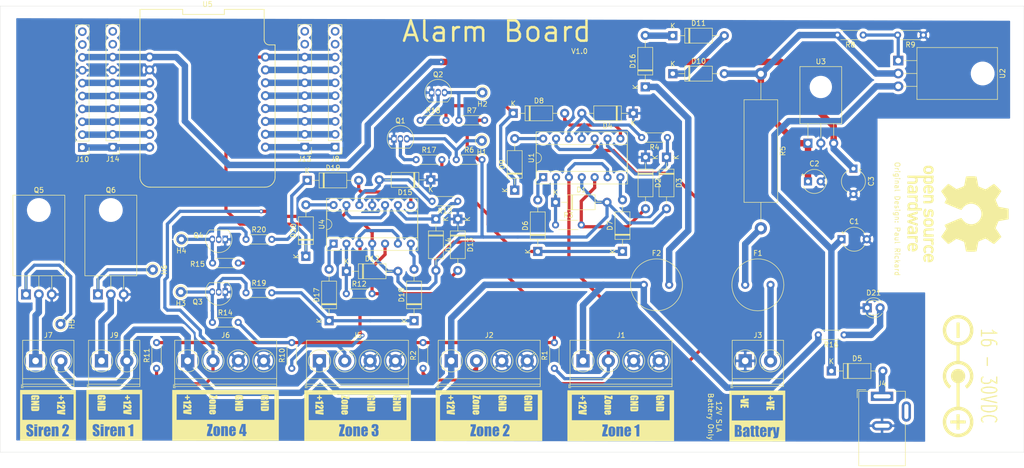
<source format=kicad_pcb>
(kicad_pcb (version 20171130) (host pcbnew "(5.1.6-0-10_14)")
  (layers (0 F.Cu signal) (31 B.Cu signal) (34 B.Paste user) (35 F.Paste user) (36 B.SilkS user) (37 F.SilkS user) (38 B.Mask user) (39 F.Mask user) (44 Edge.Cuts user))
  (net 0 "")
  (net 1 "Net-(F1-Pad2)")
  (net 2 "Net-(F1-Pad1)")
  (net 3 +12V)
  (net 4 "Net-(D16-Pad1)")
  (net 5 GND)
  (net 6 "Net-(J7-Pad1)")
  (net 7 /RST)
  (net 8 /AO)
  (net 9 /DO)
  (net 10 /D5)
  (net 11 /D6)
  (net 12 /D7)
  (net 13 /D8)
  (net 14 +3V3)
  (net 15 "Net-(J13-Pad9)")
  (net 16 "Net-(J13-Pad10)")
  (net 17 "Net-(J14-Pad10)")
  (net 18 "Net-(J14-Pad9)")
  (net 19 +5V)
  (net 20 /D4)
  (net 21 /D3)
  (net 22 /D2)
  (net 23 /D1)
  (net 24 /RX)
  (net 25 /TX)
  (net 26 "Net-(D1-Pad1)")
  (net 27 "Net-(D2-Pad2)")
  (net 28 "Net-(D5-Pad2)")
  (net 29 "Net-(C1-Pad1)")
  (net 30 "Net-(D11-Pad1)")
  (net 31 "Net-(D8-Pad2)")
  (net 32 "Net-(D6-Pad2)")
  (net 33 /zone1)
  (net 34 /zone2)
  (net 35 "Net-(D9-Pad2)")
  (net 36 "Net-(D7-Pad2)")
  (net 37 "Net-(D20-Pad2)")
  (net 38 "Net-(D18-Pad2)")
  (net 39 /zone4)
  (net 40 /zone3)
  (net 41 "Net-(D19-Pad2)")
  (net 42 "Net-(D17-Pad2)")
  (net 43 "Net-(D8-Pad1)")
  (net 44 "Net-(D6-Pad1)")
  (net 45 "Net-(D17-Pad1)")
  (net 46 "Net-(D19-Pad1)")
  (net 47 "Net-(D10-Pad1)")
  (net 48 "Net-(J10-Pad9)")
  (net 49 "Net-(J10-Pad10)")
  (net 50 "Net-(D21-Pad2)")
  (net 51 "Net-(C2-Pad1)")
  (net 52 "Net-(D3-Pad1)")
  (net 53 "Net-(D4-Pad2)")
  (net 54 "Net-(D12-Pad1)")
  (net 55 "Net-(D13-Pad2)")
  (net 56 "Net-(D14-Pad1)")
  (net 57 "Net-(D15-Pad2)")
  (net 58 "Net-(H1-Pad1)")
  (net 59 "Net-(H2-Pad1)")
  (net 60 "Net-(H3-Pad1)")
  (net 61 "Net-(H4-Pad1)")
  (net 62 "Net-(J8-Pad10)")
  (net 63 "Net-(J8-Pad9)")
  (net 64 "Net-(J9-Pad1)")
  (net 65 "Net-(R8-Pad1)")
  (net 66 "Net-(H5-Pad1)")
  (net 67 "Net-(H6-Pad1)")
  (net 68 "Net-(Q1-Pad2)")
  (net 69 "Net-(Q2-Pad2)")
  (net 70 "Net-(Q3-Pad2)")
  (net 71 "Net-(Q4-Pad2)")
  (module zone:Battery (layer F.Cu) (at 189.3824 150.876)
    (fp_text reference G*** hide)
    (fp_text value LOGO hide)
  )
  (module zone:Siren2 (layer F.Cu) (at 49.4284 150.749)
    (fp_text reference G*** hide)
    (fp_text value LOGO hide)
  )
  (module zone:Siren1 (layer F.Cu) (at 62.5094 150.7236)
    (fp_text reference G*** hide)
    (fp_text value LOGO hide)
  )
  (module zone:Zone4 (layer F.Cu) (at 84.455 150.749)
    (fp_text reference G*** hide)
    (fp_text value LOGO hide)
  )
  (module zone:Zone3 (layer F.Cu) (at 110.5154 150.7998)
    (fp_text reference G*** hide)
    (fp_text value LOGO hide)
  )
  (module zone:Zone2 (layer F.Cu) (at 136.4234 150.7998)
    (fp_text reference G*** hide)
    (fp_text value LOGO hide)
  )
  (module zone:Zone1 (layer F.Cu) (at 162.433 150.8252)
    (fp_text reference G*** hide)
    (fp_text value LOGO hide)
  )
  (module Symbol:OSHW-Logo_19x20mm_SilkScreen (layer F.Cu) (at 229 111 270)
    (fp_text reference REF** hide)
    (fp_text value OSHW-Logo_19x20mm_SilkScreen hide)
  )
  (module Symbol:Polarity_Center_Positive_6mm_SilkScreen (layer F.Cu) (at 229 143 270)
    (fp_text reference REF** hide)
    (fp_text value Polarity_Center_Positive_6mm_SilkScreen hide)
  )
  (module Package_TO_SOT_THT:TO-126-3_Horizontal_TabDown (layer F.Cu) (at 199.378 97.068)
    (fp_text reference U3 (at 2.54 -16.12) (layer F.SilkS))
    (fp_text value L7805)
    (pad "" np_thru_hole oval (at 2.54 -11.1) (size 3.2 3.2) (drill 3.2) (layers *.Cu *.Mask))
    (pad 1 thru_hole rect (at 0 0) (size 1.8 1.8) (drill 1) (layers *.Cu *.Mask) (net 51 "Net-(C2-Pad1)"))
    (pad 2 thru_hole oval (at 2.54 0) (size 1.8 1.8) (drill 1) (layers *.Cu *.Mask) (net 5 GND))
    (pad 3 thru_hole oval (at 5.08 0) (size 1.8 1.8) (drill 1) (layers *.Cu *.Mask) (net 19 +5V))
  )
  (module Package_TO_SOT_THT:TO-220-3_Horizontal_TabDown (layer F.Cu) (at 217.194 80.762 270)
    (fp_text reference U2 (at 2.54 -20.58 90) (layer F.SilkS))
    (fp_text value LM317_TO-220)
    (pad "" np_thru_hole oval (at 2.54 -16.66 270) (size 3.5 3.5) (drill 3.5) (layers *.Cu *.Mask))
    (pad 1 thru_hole rect (at 0 0 270) (size 1.905 2) (drill 1.1) (layers *.Cu *.Mask) (net 65 "Net-(R8-Pad1)"))
    (pad 2 thru_hole oval (at 2.54 0 270) (size 1.905 2) (drill 1.1) (layers *.Cu *.Mask) (net 51 "Net-(C2-Pad1)"))
    (pad 3 thru_hole oval (at 5.08 0 270) (size 1.905 2) (drill 1.1) (layers *.Cu *.Mask) (net 29 "Net-(C1-Pad1)"))
  )
  (module Capacitor_THT:C_Radial_D10.0mm_H12.5mm_P5.00mm (layer F.Cu) (at 187 125)
    (fp_text reference F1 (at 2.5 -6.25) (layer F.SilkS))
    (fp_text value 0.5A)
    (pad 2 thru_hole circle (at 5 0) (size 1.6 1.6) (drill 0.8) (layers *.Cu *.Mask) (net 1 "Net-(F1-Pad2)"))
    (pad 1 thru_hole circle (at 0 0) (size 1.6 1.6) (drill 0.8) (layers *.Cu *.Mask) (net 2 "Net-(F1-Pad1)"))
  )
  (module Capacitor_THT:C_Radial_D10.0mm_H12.5mm_P5.00mm (layer F.Cu) (at 167 125)
    (fp_text reference F2 (at 2.5 -6.25) (layer F.SilkS))
    (fp_text value 0.5A)
    (pad 1 thru_hole circle (at 0 0) (size 1.6 1.6) (drill 0.8) (layers *.Cu *.Mask) (net 3 +12V))
    (pad 2 thru_hole circle (at 5 0) (size 1.6 1.6) (drill 0.8) (layers *.Cu *.Mask) (net 4 "Net-(D16-Pad1)"))
  )
  (module Connector_BarrelJack:BarrelJack_Wuerth_6941xx301002 (layer F.Cu) (at 214 147)
    (fp_text reference J4 (at 0 -2.5) (layer F.SilkS))
    (fp_text value Jack-DC)
    (pad 3 thru_hole oval (at 4.8 3 90) (size 4 1.8) (drill oval 3 0.8) (layers *.Cu *.Mask))
    (pad 2 thru_hole oval (at 0 5.8) (size 4 1.8) (drill oval 3 0.8) (layers *.Cu *.Mask) (net 5 GND))
    (pad 1 thru_hole rect (at 0 0) (size 4.4 1.8) (drill oval 3.4 0.8) (layers *.Cu *.Mask) (net 28 "Net-(D5-Pad2)"))
  )
  (module TerminalBlock_Phoenix:TerminalBlock_Phoenix_PT-1,5-2-5.0-H_1x02_P5.00mm_Horizontal (layer F.Cu) (at 187 140)
    (fp_text reference J3 (at 2.5 -5.06) (layer F.SilkS))
    (fp_text value Conn_01x02)
    (pad 1 thru_hole rect (at 0 0) (size 2.6 2.6) (drill 1.3) (layers *.Cu *.Mask) (net 5 GND))
    (pad 2 thru_hole circle (at 5 0) (size 2.6 2.6) (drill 1.3) (layers *.Cu *.Mask) (net 1 "Net-(F1-Pad2)"))
  )
  (module TerminalBlock_Phoenix:TerminalBlock_Phoenix_PT-1,5-4-5.0-H_1x04_P5.00mm_Horizontal (layer F.Cu) (at 155 140)
    (fp_text reference J1 (at 7.5 -5.06) (layer F.SilkS))
    (fp_text value Conn_01x04)
    (pad 4 thru_hole circle (at 15 0) (size 2.6 2.6) (drill 1.3) (layers *.Cu *.Mask) (net 5 GND))
    (pad 3 thru_hole circle (at 10 0) (size 2.6 2.6) (drill 1.3) (layers *.Cu *.Mask) (net 5 GND))
    (pad 2 thru_hole circle (at 5 0) (size 2.6 2.6) (drill 1.3) (layers *.Cu *.Mask) (net 33 /zone1))
    (pad 1 thru_hole rect (at 0 0) (size 2.6 2.6) (drill 1.3) (layers *.Cu *.Mask) (net 3 +12V))
  )
  (module TerminalBlock_Phoenix:TerminalBlock_Phoenix_PT-1,5-4-5.0-H_1x04_P5.00mm_Horizontal (layer F.Cu) (at 129 140)
    (fp_text reference J2 (at 7.5 -5.06) (layer F.SilkS))
    (fp_text value Conn_01x04)
    (pad 1 thru_hole rect (at 0 0) (size 2.6 2.6) (drill 1.3) (layers *.Cu *.Mask) (net 3 +12V))
    (pad 2 thru_hole circle (at 5 0) (size 2.6 2.6) (drill 1.3) (layers *.Cu *.Mask) (net 34 /zone2))
    (pad 3 thru_hole circle (at 10 0) (size 2.6 2.6) (drill 1.3) (layers *.Cu *.Mask) (net 5 GND))
    (pad 4 thru_hole circle (at 15 0) (size 2.6 2.6) (drill 1.3) (layers *.Cu *.Mask) (net 5 GND))
  )
  (module TerminalBlock_Phoenix:TerminalBlock_Phoenix_PT-1,5-4-5.0-H_1x04_P5.00mm_Horizontal (layer F.Cu) (at 103 140)
    (fp_text reference J5 (at 7.5 -5.06) (layer F.SilkS))
    (fp_text value Conn_01x04)
    (pad 1 thru_hole rect (at 0 0) (size 2.6 2.6) (drill 1.3) (layers *.Cu *.Mask) (net 3 +12V))
    (pad 2 thru_hole circle (at 5 0) (size 2.6 2.6) (drill 1.3) (layers *.Cu *.Mask) (net 40 /zone3))
    (pad 3 thru_hole circle (at 10 0) (size 2.6 2.6) (drill 1.3) (layers *.Cu *.Mask) (net 5 GND))
    (pad 4 thru_hole circle (at 15 0) (size 2.6 2.6) (drill 1.3) (layers *.Cu *.Mask) (net 5 GND))
  )
  (module TerminalBlock_Phoenix:TerminalBlock_Phoenix_PT-1,5-4-5.0-H_1x04_P5.00mm_Horizontal (layer F.Cu) (at 77 140)
    (fp_text reference J6 (at 7.5 -5.06) (layer F.SilkS))
    (fp_text value Conn_01x04)
    (pad 4 thru_hole circle (at 15 0) (size 2.6 2.6) (drill 1.3) (layers *.Cu *.Mask) (net 5 GND))
    (pad 3 thru_hole circle (at 10 0) (size 2.6 2.6) (drill 1.3) (layers *.Cu *.Mask) (net 5 GND))
    (pad 2 thru_hole circle (at 5 0) (size 2.6 2.6) (drill 1.3) (layers *.Cu *.Mask) (net 39 /zone4))
    (pad 1 thru_hole rect (at 0 0) (size 2.6 2.6) (drill 1.3) (layers *.Cu *.Mask) (net 3 +12V))
  )
  (module TerminalBlock_Phoenix:TerminalBlock_Phoenix_PT-1,5-2-5.0-H_1x02_P5.00mm_Horizontal (layer F.Cu) (at 47 140)
    (fp_text reference J7 (at 2.5 -5.06) (layer F.SilkS))
    (fp_text value Conn_01x02)
    (pad 1 thru_hole rect (at 0 0) (size 2.6 2.6) (drill 1.3) (layers *.Cu *.Mask) (net 6 "Net-(J7-Pad1)"))
    (pad 2 thru_hole circle (at 5 0) (size 2.6 2.6) (drill 1.3) (layers *.Cu *.Mask) (net 3 +12V))
  )
  (module TerminalBlock_Phoenix:TerminalBlock_Phoenix_PT-1,5-2-5.0-H_1x02_P5.00mm_Horizontal (layer F.Cu) (at 60 140)
    (fp_text reference J9 (at 2.5 -5.06) (layer F.SilkS))
    (fp_text value Conn_01x02)
    (pad 2 thru_hole circle (at 5 0) (size 2.6 2.6) (drill 1.3) (layers *.Cu *.Mask) (net 3 +12V))
    (pad 1 thru_hole rect (at 0 0) (size 2.6 2.6) (drill 1.3) (layers *.Cu *.Mask) (net 64 "Net-(J9-Pad1)"))
  )
  (module Connector_PinHeader_2.54mm:PinHeader_1x10_P2.54mm_Vertical (layer F.Cu) (at 100.1014 97.8408 180)
    (fp_text reference J13 (at 0 -2.33) (layer F.SilkS))
    (fp_text value Conn_01x10_MountingPin)
    (pad 1 thru_hole rect (at 0 0 180) (size 1.7 1.7) (drill 1) (layers *.Cu *.Mask) (net 7 /RST))
    (pad 2 thru_hole oval (at 0 2.54 180) (size 1.7 1.7) (drill 1) (layers *.Cu *.Mask) (net 8 /AO))
    (pad 3 thru_hole oval (at 0 5.08 180) (size 1.7 1.7) (drill 1) (layers *.Cu *.Mask) (net 9 /DO))
    (pad 4 thru_hole oval (at 0 7.62 180) (size 1.7 1.7) (drill 1) (layers *.Cu *.Mask) (net 10 /D5))
    (pad 5 thru_hole oval (at 0 10.16 180) (size 1.7 1.7) (drill 1) (layers *.Cu *.Mask) (net 11 /D6))
    (pad 6 thru_hole oval (at 0 12.7 180) (size 1.7 1.7) (drill 1) (layers *.Cu *.Mask) (net 12 /D7))
    (pad 7 thru_hole oval (at 0 15.24 180) (size 1.7 1.7) (drill 1) (layers *.Cu *.Mask) (net 13 /D8))
    (pad 8 thru_hole oval (at 0 17.78 180) (size 1.7 1.7) (drill 1) (layers *.Cu *.Mask) (net 14 +3V3))
    (pad 9 thru_hole oval (at 0 20.32 180) (size 1.7 1.7) (drill 1) (layers *.Cu *.Mask) (net 15 "Net-(J13-Pad9)"))
    (pad 10 thru_hole oval (at 0 22.86 180) (size 1.7 1.7) (drill 1) (layers *.Cu *.Mask) (net 16 "Net-(J13-Pad10)"))
  )
  (module Connector_PinHeader_2.54mm:PinHeader_1x10_P2.54mm_Vertical (layer F.Cu) (at 62.22 97.852 180)
    (fp_text reference J14 (at 0 -2.33) (layer F.SilkS))
    (fp_text value Conn_01x10_MountingPin)
    (pad 10 thru_hole oval (at 0 22.86 180) (size 1.7 1.7) (drill 1) (layers *.Cu *.Mask) (net 17 "Net-(J14-Pad10)"))
    (pad 9 thru_hole oval (at 0 20.32 180) (size 1.7 1.7) (drill 1) (layers *.Cu *.Mask) (net 18 "Net-(J14-Pad9)"))
    (pad 8 thru_hole oval (at 0 17.78 180) (size 1.7 1.7) (drill 1) (layers *.Cu *.Mask) (net 19 +5V))
    (pad 7 thru_hole oval (at 0 15.24 180) (size 1.7 1.7) (drill 1) (layers *.Cu *.Mask) (net 5 GND))
    (pad 6 thru_hole oval (at 0 12.7 180) (size 1.7 1.7) (drill 1) (layers *.Cu *.Mask) (net 20 /D4))
    (pad 5 thru_hole oval (at 0 10.16 180) (size 1.7 1.7) (drill 1) (layers *.Cu *.Mask) (net 21 /D3))
    (pad 4 thru_hole oval (at 0 7.62 180) (size 1.7 1.7) (drill 1) (layers *.Cu *.Mask) (net 22 /D2))
    (pad 3 thru_hole oval (at 0 5.08 180) (size 1.7 1.7) (drill 1) (layers *.Cu *.Mask) (net 23 /D1))
    (pad 2 thru_hole oval (at 0 2.54 180) (size 1.7 1.7) (drill 1) (layers *.Cu *.Mask) (net 24 /RX))
    (pad 1 thru_hole rect (at 0 0 180) (size 1.7 1.7) (drill 1) (layers *.Cu *.Mask) (net 25 /TX))
  )
  (module Package_TO_SOT_THT:TO-220-3_Horizontal_TabDown (layer F.Cu) (at 45.1 126.9)
    (fp_text reference Q5 (at 2.54 -20.58) (layer F.SilkS))
    (fp_text value IRLZ34N)
    (pad "" np_thru_hole oval (at 2.54 -16.66) (size 3.5 3.5) (drill 3.5) (layers *.Cu *.Mask))
    (pad 1 thru_hole rect (at 0 0) (size 1.905 2) (drill 1.1) (layers *.Cu *.Mask) (net 66 "Net-(H5-Pad1)"))
    (pad 2 thru_hole oval (at 2.54 0) (size 1.905 2) (drill 1.1) (layers *.Cu *.Mask) (net 6 "Net-(J7-Pad1)"))
    (pad 3 thru_hole oval (at 5.08 0) (size 1.905 2) (drill 1.1) (layers *.Cu *.Mask) (net 5 GND))
  )
  (module Package_TO_SOT_THT:TO-220-3_Horizontal_TabDown (layer F.Cu) (at 59.3 126.9)
    (fp_text reference Q6 (at 2.54 -20.58) (layer F.SilkS))
    (fp_text value IRLZ34N)
    (pad 3 thru_hole oval (at 5.08 0) (size 1.905 2) (drill 1.1) (layers *.Cu *.Mask) (net 5 GND))
    (pad 2 thru_hole oval (at 2.54 0) (size 1.905 2) (drill 1.1) (layers *.Cu *.Mask) (net 64 "Net-(J9-Pad1)"))
    (pad 1 thru_hole rect (at 0 0) (size 1.905 2) (drill 1.1) (layers *.Cu *.Mask) (net 67 "Net-(H6-Pad1)"))
    (pad "" np_thru_hole oval (at 2.54 -16.66) (size 3.5 3.5) (drill 3.5) (layers *.Cu *.Mask))
  )
  (module Resistor_THT:R_Axial_DIN0204_L3.6mm_D1.6mm_P5.08mm_Horizontal (layer F.Cu) (at 149.352 141.478 90)
    (fp_text reference R1 (at 2.54 -1.92 90) (layer F.SilkS))
    (fp_text value "Note 1")
    (pad 1 thru_hole circle (at 0 0 90) (size 1.4 1.4) (drill 0.7) (layers *.Cu *.Mask) (net 33 /zone1))
    (pad 2 thru_hole oval (at 5.08 0 90) (size 1.4 1.4) (drill 0.7) (layers *.Cu *.Mask) (net 14 +3V3))
  )
  (module Resistor_THT:R_Axial_DIN0204_L3.6mm_D1.6mm_P5.08mm_Horizontal (layer F.Cu) (at 123.444 141.478 90)
    (fp_text reference R2 (at 2.54 -1.92 90) (layer F.SilkS))
    (fp_text value "Note 1")
    (pad 2 thru_hole oval (at 5.08 0 90) (size 1.4 1.4) (drill 0.7) (layers *.Cu *.Mask) (net 14 +3V3))
    (pad 1 thru_hole circle (at 0 0 90) (size 1.4 1.4) (drill 0.7) (layers *.Cu *.Mask) (net 34 /zone2))
  )
  (module Resistor_THT:R_Axial_DIN0204_L3.6mm_D1.6mm_P5.08mm_Horizontal (layer F.Cu) (at 171.6532 95.9358 180)
    (fp_text reference R4 (at 2.54 -1.92) (layer F.SilkS))
    (fp_text value 10K)
    (pad 1 thru_hole circle (at 0 0 180) (size 1.4 1.4) (drill 0.7) (layers *.Cu *.Mask) (net 52 "Net-(D3-Pad1)"))
    (pad 2 thru_hole oval (at 5.08 0 180) (size 1.4 1.4) (drill 0.7) (layers *.Cu *.Mask) (net 53 "Net-(D4-Pad2)"))
  )
  (module Resistor_THT:R_Axial_DIN0204_L3.6mm_D1.6mm_P5.08mm_Horizontal (layer F.Cu) (at 149.5806 113.1824)
    (fp_text reference R3 (at 2.54 -1.92) (layer F.SilkS))
    (fp_text value 10K)
    (pad 1 thru_hole circle (at 0 0) (size 1.4 1.4) (drill 0.7) (layers *.Cu *.Mask) (net 26 "Net-(D1-Pad1)"))
    (pad 2 thru_hole oval (at 5.08 0) (size 1.4 1.4) (drill 0.7) (layers *.Cu *.Mask) (net 27 "Net-(D2-Pad2)"))
  )
  (module Resistor_THT:R_Axial_DIN0204_L3.6mm_D1.6mm_P5.08mm_Horizontal (layer F.Cu) (at 210.2866 75.7174 180)
    (fp_text reference R8 (at 2.54 -1.92) (layer F.SilkS))
    (fp_text value 240R)
    (pad 2 thru_hole oval (at 5.08 0 180) (size 1.4 1.4) (drill 0.7) (layers *.Cu *.Mask) (net 51 "Net-(C2-Pad1)"))
    (pad 1 thru_hole circle (at 0 0 180) (size 1.4 1.4) (drill 0.7) (layers *.Cu *.Mask) (net 65 "Net-(R8-Pad1)"))
  )
  (module Resistor_THT:R_Axial_DIN0204_L3.6mm_D1.6mm_P5.08mm_Horizontal (layer F.Cu) (at 222.1484 75.7174 180)
    (fp_text reference R9 (at 2.54 -1.92) (layer F.SilkS))
    (fp_text value 2K4)
    (pad 1 thru_hole circle (at 0 0 180) (size 1.4 1.4) (drill 0.7) (layers *.Cu *.Mask) (net 5 GND))
    (pad 2 thru_hole oval (at 5.08 0 180) (size 1.4 1.4) (drill 0.7) (layers *.Cu *.Mask) (net 65 "Net-(R8-Pad1)"))
  )
  (module Resistor_THT:R_Axial_DIN0204_L3.6mm_D1.6mm_P5.08mm_Horizontal (layer F.Cu) (at 97.536 141.478 90)
    (fp_text reference R10 (at 2.54 -1.92 90) (layer F.SilkS))
    (fp_text value "Note 1")
    (pad 2 thru_hole oval (at 5.08 0 90) (size 1.4 1.4) (drill 0.7) (layers *.Cu *.Mask) (net 14 +3V3))
    (pad 1 thru_hole circle (at 0 0 90) (size 1.4 1.4) (drill 0.7) (layers *.Cu *.Mask) (net 40 /zone3))
  )
  (module Resistor_THT:R_Axial_DIN0204_L3.6mm_D1.6mm_P5.08mm_Horizontal (layer F.Cu) (at 70.866 141.478 90)
    (fp_text reference R11 (at 2.54 -1.92 90) (layer F.SilkS))
    (fp_text value "Note 1")
    (pad 1 thru_hole circle (at 0 0 90) (size 1.4 1.4) (drill 0.7) (layers *.Cu *.Mask) (net 39 /zone4))
    (pad 2 thru_hole oval (at 5.08 0 90) (size 1.4 1.4) (drill 0.7) (layers *.Cu *.Mask) (net 14 +3V3))
  )
  (module Resistor_THT:R_Axial_DIN0204_L3.6mm_D1.6mm_P5.08mm_Horizontal (layer F.Cu) (at 108.3056 126.746)
    (fp_text reference R12 (at 2.54 -1.92) (layer F.SilkS))
    (fp_text value 10K)
    (pad 1 thru_hole circle (at 0 0) (size 1.4 1.4) (drill 0.7) (layers *.Cu *.Mask) (net 54 "Net-(D12-Pad1)"))
    (pad 2 thru_hole oval (at 5.08 0) (size 1.4 1.4) (drill 0.7) (layers *.Cu *.Mask) (net 55 "Net-(D13-Pad2)"))
  )
  (module Resistor_THT:R_Axial_DIN0204_L3.6mm_D1.6mm_P5.08mm_Horizontal (layer F.Cu) (at 130.302 108.5 180)
    (fp_text reference R13 (at 2.54 -1.92) (layer F.SilkS))
    (fp_text value 10K)
    (pad 2 thru_hole oval (at 5.08 0 180) (size 1.4 1.4) (drill 0.7) (layers *.Cu *.Mask) (net 57 "Net-(D15-Pad2)"))
    (pad 1 thru_hole circle (at 0 0 180) (size 1.4 1.4) (drill 0.7) (layers *.Cu *.Mask) (net 56 "Net-(D14-Pad1)"))
  )
  (module wimos:wemos-d1-mini-with-pin-header (layer F.Cu) (at 80.92 88.952 270)
    (fp_text reference U5 (at -19.3 0) (layer F.SilkS))
    (fp_text value WeMos_D1_mini)
    (pad 16 thru_hole circle (at -8.89 -11.43 270) (size 1.8 1.8) (drill 1.016) (layers *.Cu *.Mask) (net 14 +3V3))
    (pad 1 thru_hole circle (at -8.89 11.43 270) (size 1.8 1.8) (drill 1.016) (layers *.Cu *.Mask) (net 19 +5V))
    (pad 15 thru_hole circle (at -6.35 -11.43 270) (size 1.8 1.8) (drill 1.016) (layers *.Cu *.Mask) (net 13 /D8))
    (pad 2 thru_hole circle (at -6.35 11.43 270) (size 1.8 1.8) (drill 1.016) (layers *.Cu *.Mask) (net 5 GND))
    (pad 14 thru_hole circle (at -3.81 -11.43 270) (size 1.8 1.8) (drill 1.016) (layers *.Cu *.Mask) (net 12 /D7))
    (pad 3 thru_hole circle (at -3.81 11.43 270) (size 1.8 1.8) (drill 1.016) (layers *.Cu *.Mask) (net 20 /D4))
    (pad 13 thru_hole circle (at -1.27 -11.43 270) (size 1.8 1.8) (drill 1.016) (layers *.Cu *.Mask) (net 11 /D6))
    (pad 4 thru_hole circle (at -1.27 11.43 270) (size 1.8 1.8) (drill 1.016) (layers *.Cu *.Mask) (net 21 /D3))
    (pad 12 thru_hole circle (at 1.27 -11.43 270) (size 1.8 1.8) (drill 1.016) (layers *.Cu *.Mask) (net 10 /D5))
    (pad 5 thru_hole circle (at 1.27 11.43 270) (size 1.8 1.8) (drill 1.016) (layers *.Cu *.Mask) (net 22 /D2))
    (pad 11 thru_hole circle (at 3.81 -11.43 270) (size 1.8 1.8) (drill 1.016) (layers *.Cu *.Mask) (net 9 /DO))
    (pad 6 thru_hole circle (at 3.81 11.43 270) (size 1.8 1.8) (drill 1.016) (layers *.Cu *.Mask) (net 23 /D1))
    (pad 10 thru_hole circle (at 6.35 -11.43 270) (size 1.8 1.8) (drill 1.016) (layers *.Cu *.Mask) (net 8 /AO))
    (pad 7 thru_hole circle (at 6.35 11.43 270) (size 1.8 1.8) (drill 1.016) (layers *.Cu *.Mask) (net 24 /RX))
    (pad 9 thru_hole circle (at 8.89 -11.43 270) (size 1.8 1.8) (drill 1.016) (layers *.Cu *.Mask) (net 7 /RST))
    (pad 8 thru_hole circle (at 8.89 11.43 270) (size 1.8 1.8) (drill 1.016) (layers *.Cu *.Mask) (net 25 /TX))
  )
  (module Package_DIP:DIP-14_W7.62mm_Socket (layer F.Cu) (at 147.139 103.7708 90)
    (fp_text reference U1 (at 3.81 -2.33 90) (layer F.SilkS))
    (fp_text value LM324)
    (pad 1 thru_hole rect (at 0 0 90) (size 1.6 1.6) (drill 0.8) (layers *.Cu *.Mask) (net 32 "Net-(D6-Pad2)"))
    (pad 8 thru_hole oval (at 7.62 15.24 90) (size 1.6 1.6) (drill 0.8) (layers *.Cu *.Mask) (net 31 "Net-(D8-Pad2)"))
    (pad 2 thru_hole oval (at 0 2.54 90) (size 1.6 1.6) (drill 0.8) (layers *.Cu *.Mask) (net 26 "Net-(D1-Pad1)"))
    (pad 9 thru_hole oval (at 7.62 12.7 90) (size 1.6 1.6) (drill 0.8) (layers *.Cu *.Mask) (net 52 "Net-(D3-Pad1)"))
    (pad 3 thru_hole oval (at 0 5.08 90) (size 1.6 1.6) (drill 0.8) (layers *.Cu *.Mask) (net 33 /zone1))
    (pad 10 thru_hole oval (at 7.62 10.16 90) (size 1.6 1.6) (drill 0.8) (layers *.Cu *.Mask) (net 34 /zone2))
    (pad 4 thru_hole oval (at 0 7.62 90) (size 1.6 1.6) (drill 0.8) (layers *.Cu *.Mask) (net 14 +3V3))
    (pad 11 thru_hole oval (at 7.62 7.62 90) (size 1.6 1.6) (drill 0.8) (layers *.Cu *.Mask) (net 5 GND))
    (pad 5 thru_hole oval (at 0 10.16 90) (size 1.6 1.6) (drill 0.8) (layers *.Cu *.Mask) (net 27 "Net-(D2-Pad2)"))
    (pad 12 thru_hole oval (at 7.62 5.08 90) (size 1.6 1.6) (drill 0.8) (layers *.Cu *.Mask) (net 53 "Net-(D4-Pad2)"))
    (pad 6 thru_hole oval (at 0 12.7 90) (size 1.6 1.6) (drill 0.8) (layers *.Cu *.Mask) (net 33 /zone1))
    (pad 13 thru_hole oval (at 7.62 2.54 90) (size 1.6 1.6) (drill 0.8) (layers *.Cu *.Mask) (net 34 /zone2))
    (pad 7 thru_hole oval (at 0 15.24 90) (size 1.6 1.6) (drill 0.8) (layers *.Cu *.Mask) (net 36 "Net-(D7-Pad2)"))
    (pad 14 thru_hole oval (at 7.62 0 90) (size 1.6 1.6) (drill 0.8) (layers *.Cu *.Mask) (net 35 "Net-(D9-Pad2)"))
  )
  (module Package_DIP:DIP-14_W7.62mm_Socket (layer F.Cu) (at 105.7862 116.8798 90)
    (fp_text reference U4 (at 3.81 -2.33 90) (layer F.SilkS))
    (fp_text value LM324)
    (pad 14 thru_hole oval (at 7.62 0 90) (size 1.6 1.6) (drill 0.8) (layers *.Cu *.Mask) (net 37 "Net-(D20-Pad2)"))
    (pad 7 thru_hole oval (at 0 15.24 90) (size 1.6 1.6) (drill 0.8) (layers *.Cu *.Mask) (net 38 "Net-(D18-Pad2)"))
    (pad 13 thru_hole oval (at 7.62 2.54 90) (size 1.6 1.6) (drill 0.8) (layers *.Cu *.Mask) (net 39 /zone4))
    (pad 6 thru_hole oval (at 0 12.7 90) (size 1.6 1.6) (drill 0.8) (layers *.Cu *.Mask) (net 40 /zone3))
    (pad 12 thru_hole oval (at 7.62 5.08 90) (size 1.6 1.6) (drill 0.8) (layers *.Cu *.Mask) (net 57 "Net-(D15-Pad2)"))
    (pad 5 thru_hole oval (at 0 10.16 90) (size 1.6 1.6) (drill 0.8) (layers *.Cu *.Mask) (net 55 "Net-(D13-Pad2)"))
    (pad 11 thru_hole oval (at 7.62 7.62 90) (size 1.6 1.6) (drill 0.8) (layers *.Cu *.Mask) (net 5 GND))
    (pad 4 thru_hole oval (at 0 7.62 90) (size 1.6 1.6) (drill 0.8) (layers *.Cu *.Mask) (net 14 +3V3))
    (pad 10 thru_hole oval (at 7.62 10.16 90) (size 1.6 1.6) (drill 0.8) (layers *.Cu *.Mask) (net 39 /zone4))
    (pad 3 thru_hole oval (at 0 5.08 90) (size 1.6 1.6) (drill 0.8) (layers *.Cu *.Mask) (net 40 /zone3))
    (pad 9 thru_hole oval (at 7.62 12.7 90) (size 1.6 1.6) (drill 0.8) (layers *.Cu *.Mask) (net 56 "Net-(D14-Pad1)"))
    (pad 2 thru_hole oval (at 0 2.54 90) (size 1.6 1.6) (drill 0.8) (layers *.Cu *.Mask) (net 54 "Net-(D12-Pad1)"))
    (pad 8 thru_hole oval (at 7.62 15.24 90) (size 1.6 1.6) (drill 0.8) (layers *.Cu *.Mask) (net 41 "Net-(D19-Pad2)"))
    (pad 1 thru_hole rect (at 0 0 90) (size 1.6 1.6) (drill 0.8) (layers *.Cu *.Mask) (net 42 "Net-(D17-Pad2)"))
  )
  (module Diode_THT:D_A-405_P10.16mm_Horizontal (layer F.Cu) (at 171.4754 99.822 270)
    (fp_text reference D3 (at 5.08 -2.47 90) (layer F.SilkS))
    (fp_text value D)
    (fp_text user K (at 0 -1.9 90) (layer F.SilkS))
    (pad 1 thru_hole rect (at 0 0 270) (size 1.8 1.8) (drill 0.9) (layers *.Cu *.Mask) (net 52 "Net-(D3-Pad1)"))
    (pad 2 thru_hole oval (at 10.16 0 270) (size 1.8 1.8) (drill 0.9) (layers *.Cu *.Mask) (net 14 +3V3))
  )
  (module Diode_THT:D_A-405_P10.16mm_Horizontal (layer F.Cu) (at 164.9222 91.1606 180)
    (fp_text reference D4 (at 5.08 -2.47) (layer F.SilkS))
    (fp_text value D)
    (fp_text user K (at 0 -1.9) (layer F.SilkS))
    (pad 2 thru_hole oval (at 10.16 0 180) (size 1.8 1.8) (drill 0.9) (layers *.Cu *.Mask) (net 53 "Net-(D4-Pad2)"))
    (pad 1 thru_hole rect (at 0 0 180) (size 1.8 1.8) (drill 0.9) (layers *.Cu *.Mask) (net 5 GND))
  )
  (module Diode_THT:D_A-405_P10.16mm_Horizontal (layer F.Cu) (at 204 142)
    (fp_text reference D5 (at 5.08 -2.47) (layer F.SilkS))
    (fp_text value D)
    (fp_text user K (at 0 -1.9) (layer F.SilkS))
    (pad 2 thru_hole oval (at 10.16 0) (size 1.8 1.8) (drill 0.9) (layers *.Cu *.Mask) (net 28 "Net-(D5-Pad2)"))
    (pad 1 thru_hole rect (at 0 0) (size 1.8 1.8) (drill 0.9) (layers *.Cu *.Mask) (net 29 "Net-(C1-Pad1)"))
  )
  (module Diode_THT:D_A-405_P10.16mm_Horizontal (layer F.Cu) (at 149.5806 108.712)
    (fp_text reference D1 (at 5.08 -2.47) (layer F.SilkS))
    (fp_text value D)
    (fp_text user K (at 0 -1.9) (layer F.SilkS))
    (pad 2 thru_hole oval (at 10.16 0) (size 1.8 1.8) (drill 0.9) (layers *.Cu *.Mask) (net 14 +3V3))
    (pad 1 thru_hole rect (at 0 0) (size 1.8 1.8) (drill 0.9) (layers *.Cu *.Mask) (net 26 "Net-(D1-Pad1)"))
  )
  (module Diode_THT:D_A-405_P10.16mm_Horizontal (layer F.Cu) (at 167.3352 99.822 270)
    (fp_text reference D2 (at 5.08 -2.47 90) (layer F.SilkS))
    (fp_text value D)
    (fp_text user K (at 0 -1.9 90) (layer F.SilkS))
    (pad 1 thru_hole rect (at 0 0 270) (size 1.8 1.8) (drill 0.9) (layers *.Cu *.Mask) (net 5 GND))
    (pad 2 thru_hole oval (at 10.16 0 270) (size 1.8 1.8) (drill 0.9) (layers *.Cu *.Mask) (net 27 "Net-(D2-Pad2)"))
  )
  (module Diode_THT:D_A-405_P10.16mm_Horizontal (layer F.Cu) (at 141.224 91.1606)
    (fp_text reference D8 (at 5.08 -2.47) (layer F.SilkS))
    (fp_text value D)
    (fp_text user K (at 0 -1.9) (layer F.SilkS))
    (pad 1 thru_hole rect (at 0 0) (size 1.8 1.8) (drill 0.9) (layers *.Cu *.Mask) (net 43 "Net-(D8-Pad1)"))
    (pad 2 thru_hole oval (at 10.16 0) (size 1.8 1.8) (drill 0.9) (layers *.Cu *.Mask) (net 31 "Net-(D8-Pad2)"))
  )
  (module Diode_THT:D_A-405_P10.16mm_Horizontal (layer F.Cu) (at 141.5288 106.3244 90)
    (fp_text reference D9 (at 5.08 -2.47 90) (layer F.SilkS))
    (fp_text value D)
    (fp_text user K (at 0 -1.9 90) (layer F.SilkS))
    (pad 2 thru_hole oval (at 10.16 0 90) (size 1.8 1.8) (drill 0.9) (layers *.Cu *.Mask) (net 35 "Net-(D9-Pad2)"))
    (pad 1 thru_hole rect (at 0 0 90) (size 1.8 1.8) (drill 0.9) (layers *.Cu *.Mask) (net 43 "Net-(D8-Pad1)"))
  )
  (module Diode_THT:D_A-405_P10.16mm_Horizontal (layer F.Cu) (at 146.0754 118.4148 90)
    (fp_text reference D6 (at 5.08 -2.47 90) (layer F.SilkS))
    (fp_text value D)
    (fp_text user K (at 0 -1.9 90) (layer F.SilkS))
    (pad 2 thru_hole oval (at 10.16 0 90) (size 1.8 1.8) (drill 0.9) (layers *.Cu *.Mask) (net 32 "Net-(D6-Pad2)"))
    (pad 1 thru_hole rect (at 0 0 90) (size 1.8 1.8) (drill 0.9) (layers *.Cu *.Mask) (net 44 "Net-(D6-Pad1)"))
  )
  (module Diode_THT:D_A-405_P10.16mm_Horizontal (layer F.Cu) (at 162.7886 118.3894 90)
    (fp_text reference D7 (at 5.08 -2.47 90) (layer F.SilkS))
    (fp_text value D)
    (fp_text user K (at 0 -1.9 90) (layer F.SilkS))
    (pad 2 thru_hole oval (at 10.16 0 90) (size 1.8 1.8) (drill 0.9) (layers *.Cu *.Mask) (net 36 "Net-(D7-Pad2)"))
    (pad 1 thru_hole rect (at 0 0 90) (size 1.8 1.8) (drill 0.9) (layers *.Cu *.Mask) (net 44 "Net-(D6-Pad1)"))
  )
  (module Diode_THT:D_A-405_P10.16mm_Horizontal (layer F.Cu) (at 172.72 83.3374)
    (fp_text reference D10 (at 5.08 -2.47) (layer F.SilkS))
    (fp_text value D)
    (fp_text user K (at 0 -1.9) (layer F.SilkS))
    (pad 2 thru_hole oval (at 10.16 0) (size 1.8 1.8) (drill 0.9) (layers *.Cu *.Mask) (net 51 "Net-(C2-Pad1)"))
    (pad 1 thru_hole rect (at 0 0) (size 1.8 1.8) (drill 0.9) (layers *.Cu *.Mask) (net 47 "Net-(D10-Pad1)"))
  )
  (module Diode_THT:D_A-405_P10.16mm_Horizontal (layer F.Cu) (at 108.331 122.3264)
    (fp_text reference D12 (at 5.08 -2.47) (layer F.SilkS))
    (fp_text value D)
    (fp_text user K (at 0 -1.9) (layer F.SilkS))
    (pad 1 thru_hole rect (at 0 0) (size 1.8 1.8) (drill 0.9) (layers *.Cu *.Mask) (net 54 "Net-(D12-Pad1)"))
    (pad 2 thru_hole oval (at 10.16 0) (size 1.8 1.8) (drill 0.9) (layers *.Cu *.Mask) (net 14 +3V3))
  )
  (module Diode_THT:D_A-405_P10.16mm_Horizontal (layer F.Cu) (at 130.302 112.014 270)
    (fp_text reference D13 (at 5.08 -2.47 90) (layer F.SilkS))
    (fp_text value D)
    (fp_text user K (at 0 -1.9 90) (layer F.SilkS))
    (pad 1 thru_hole rect (at 0 0 270) (size 1.8 1.8) (drill 0.9) (layers *.Cu *.Mask) (net 5 GND))
    (pad 2 thru_hole oval (at 10.16 0 270) (size 1.8 1.8) (drill 0.9) (layers *.Cu *.Mask) (net 55 "Net-(D13-Pad2)"))
  )
  (module Diode_THT:D_A-405_P10.16mm_Horizontal (layer F.Cu) (at 125.984 112.014 270)
    (fp_text reference D14 (at 5.08 -2.47 90) (layer F.SilkS))
    (fp_text value D)
    (fp_text user K (at 0 -1.9 90) (layer F.SilkS))
    (pad 1 thru_hole rect (at 0 0 270) (size 1.8 1.8) (drill 0.9) (layers *.Cu *.Mask) (net 56 "Net-(D14-Pad1)"))
    (pad 2 thru_hole oval (at 10.16 0 270) (size 1.8 1.8) (drill 0.9) (layers *.Cu *.Mask) (net 14 +3V3))
  )
  (module Diode_THT:D_A-405_P10.16mm_Horizontal (layer F.Cu) (at 124.968 104.2924 180)
    (fp_text reference D15 (at 5.08 -2.47) (layer F.SilkS))
    (fp_text value D)
    (fp_text user K (at 0 -1.9) (layer F.SilkS))
    (pad 2 thru_hole oval (at 10.16 0 180) (size 1.8 1.8) (drill 0.9) (layers *.Cu *.Mask) (net 57 "Net-(D15-Pad2)"))
    (pad 1 thru_hole rect (at 0 0 180) (size 1.8 1.8) (drill 0.9) (layers *.Cu *.Mask) (net 5 GND))
  )
  (module Diode_THT:D_A-405_P10.16mm_Horizontal (layer F.Cu) (at 172.72 75.8444)
    (fp_text reference D11 (at 5.08 -2.47) (layer F.SilkS))
    (fp_text value D)
    (fp_text user K (at 0 -1.9) (layer F.SilkS))
    (pad 2 thru_hole oval (at 10.16 0) (size 1.8 1.8) (drill 0.9) (layers *.Cu *.Mask) (net 47 "Net-(D10-Pad1)"))
    (pad 1 thru_hole rect (at 0 0) (size 1.8 1.8) (drill 0.9) (layers *.Cu *.Mask) (net 30 "Net-(D11-Pad1)"))
  )
  (module Diode_THT:D_A-405_P10.16mm_Horizontal (layer F.Cu) (at 167.2844 85.9536 90)
    (fp_text reference D16 (at 5.08 -2.47 90) (layer F.SilkS))
    (fp_text value D)
    (fp_text user K (at 0 -1.9 90) (layer F.SilkS))
    (pad 1 thru_hole rect (at 0 0 90) (size 1.8 1.8) (drill 0.9) (layers *.Cu *.Mask) (net 4 "Net-(D16-Pad1)"))
    (pad 2 thru_hole oval (at 10.16 0 90) (size 1.8 1.8) (drill 0.9) (layers *.Cu *.Mask) (net 30 "Net-(D11-Pad1)"))
  )
  (module Diode_THT:D_A-405_P10.16mm_Horizontal (layer F.Cu) (at 104.902 132.08 90)
    (fp_text reference D17 (at 5.08 -2.47 90) (layer F.SilkS))
    (fp_text value D)
    (fp_text user K (at 0 -1.9 90) (layer F.SilkS))
    (pad 1 thru_hole rect (at 0 0 90) (size 1.8 1.8) (drill 0.9) (layers *.Cu *.Mask) (net 45 "Net-(D17-Pad1)"))
    (pad 2 thru_hole oval (at 10.16 0 90) (size 1.8 1.8) (drill 0.9) (layers *.Cu *.Mask) (net 42 "Net-(D17-Pad2)"))
  )
  (module Diode_THT:D_A-405_P10.16mm_Horizontal (layer F.Cu) (at 121.666 132.08 90)
    (fp_text reference D18 (at 5.08 -2.47 90) (layer F.SilkS))
    (fp_text value D)
    (fp_text user K (at 0 -1.9 90) (layer F.SilkS))
    (pad 1 thru_hole rect (at 0 0 90) (size 1.8 1.8) (drill 0.9) (layers *.Cu *.Mask) (net 45 "Net-(D17-Pad1)"))
    (pad 2 thru_hole oval (at 10.16 0 90) (size 1.8 1.8) (drill 0.9) (layers *.Cu *.Mask) (net 38 "Net-(D18-Pad2)"))
  )
  (module Diode_THT:D_A-405_P10.16mm_Horizontal (layer F.Cu) (at 100.584 104.394)
    (fp_text reference D19 (at 5.08 -2.47) (layer F.SilkS))
    (fp_text value D)
    (fp_text user K (at 0 -1.9) (layer F.SilkS))
    (pad 1 thru_hole rect (at 0 0) (size 1.8 1.8) (drill 0.9) (layers *.Cu *.Mask) (net 46 "Net-(D19-Pad1)"))
    (pad 2 thru_hole oval (at 10.16 0) (size 1.8 1.8) (drill 0.9) (layers *.Cu *.Mask) (net 41 "Net-(D19-Pad2)"))
  )
  (module Diode_THT:D_A-405_P10.16mm_Horizontal (layer F.Cu) (at 100.33 119.38 90)
    (fp_text reference D20 (at 5.08 -2.47 90) (layer F.SilkS))
    (fp_text value D)
    (fp_text user K (at 0 -1.9 90) (layer F.SilkS))
    (pad 2 thru_hole oval (at 10.16 0 90) (size 1.8 1.8) (drill 0.9) (layers *.Cu *.Mask) (net 37 "Net-(D20-Pad2)"))
    (pad 1 thru_hole rect (at 0 0 90) (size 1.8 1.8) (drill 0.9) (layers *.Cu *.Mask) (net 46 "Net-(D19-Pad1)"))
  )
  (module Capacitor_THT:CP_Radial_Tantal_D4.5mm_P2.50mm (layer F.Cu) (at 199.39 104.5972)
    (fp_text reference C2 (at 1.25 -3.5) (layer F.SilkS))
    (fp_text value 0.33uf)
    (pad 1 thru_hole rect (at 0 0) (size 1.6 1.6) (drill 0.8) (layers *.Cu *.Mask) (net 51 "Net-(C2-Pad1)"))
    (pad 2 thru_hole circle (at 2.5 0) (size 1.6 1.6) (drill 0.8) (layers *.Cu *.Mask) (net 5 GND))
  )
  (module Capacitor_THT:CP_Radial_Tantal_D4.5mm_P5.00mm (layer F.Cu) (at 208.3562 102.0826 270)
    (fp_text reference C3 (at 2.5 -3.5 90) (layer F.SilkS))
    (fp_text value 0.1uf)
    (pad 2 thru_hole circle (at 5 0 270) (size 1.6 1.6) (drill 0.8) (layers *.Cu *.Mask) (net 5 GND))
    (pad 1 thru_hole rect (at 0 0 270) (size 1.6 1.6) (drill 0.8) (layers *.Cu *.Mask) (net 19 +5V))
  )
  (module Capacitor_THT:CP_Radial_Tantal_D4.5mm_P5.00mm (layer F.Cu) (at 206 116)
    (fp_text reference C1 (at 2.5 -3.5) (layer F.SilkS))
    (fp_text value 0.1uf)
    (pad 1 thru_hole rect (at 0 0) (size 1.6 1.6) (drill 0.8) (layers *.Cu *.Mask) (net 29 "Net-(C1-Pad1)"))
    (pad 2 thru_hole circle (at 5 0) (size 1.6 1.6) (drill 0.8) (layers *.Cu *.Mask) (net 5 GND))
  )
  (module Connector_PinHeader_2.54mm:PinHeader_1x10_P2.54mm_Vertical (layer F.Cu) (at 106.0958 97.8408 180)
    (fp_text reference J8 (at 0 -2.33) (layer F.SilkS))
    (fp_text value Conn_01x10)
    (pad 10 thru_hole oval (at 0 22.86 180) (size 1.7 1.7) (drill 1) (layers *.Cu *.Mask) (net 62 "Net-(J8-Pad10)"))
    (pad 9 thru_hole oval (at 0 20.32 180) (size 1.7 1.7) (drill 1) (layers *.Cu *.Mask) (net 63 "Net-(J8-Pad9)"))
    (pad 8 thru_hole oval (at 0 17.78 180) (size 1.7 1.7) (drill 1) (layers *.Cu *.Mask) (net 14 +3V3))
    (pad 7 thru_hole oval (at 0 15.24 180) (size 1.7 1.7) (drill 1) (layers *.Cu *.Mask) (net 13 /D8))
    (pad 6 thru_hole oval (at 0 12.7 180) (size 1.7 1.7) (drill 1) (layers *.Cu *.Mask) (net 12 /D7))
    (pad 5 thru_hole oval (at 0 10.16 180) (size 1.7 1.7) (drill 1) (layers *.Cu *.Mask) (net 11 /D6))
    (pad 4 thru_hole oval (at 0 7.62 180) (size 1.7 1.7) (drill 1) (layers *.Cu *.Mask) (net 10 /D5))
    (pad 3 thru_hole oval (at 0 5.08 180) (size 1.7 1.7) (drill 1) (layers *.Cu *.Mask) (net 9 /DO))
    (pad 2 thru_hole oval (at 0 2.54 180) (size 1.7 1.7) (drill 1) (layers *.Cu *.Mask) (net 8 /AO))
    (pad 1 thru_hole rect (at 0 0 180) (size 1.7 1.7) (drill 1) (layers *.Cu *.Mask) (net 7 /RST))
  )
  (module Connector_PinHeader_2.54mm:PinHeader_1x10_P2.54mm_Vertical (layer F.Cu) (at 56.22 97.912 180)
    (fp_text reference J10 (at 0 -2.33) (layer F.SilkS))
    (fp_text value Conn_01x10)
    (pad 1 thru_hole rect (at 0 0 180) (size 1.7 1.7) (drill 1) (layers *.Cu *.Mask) (net 25 /TX))
    (pad 2 thru_hole oval (at 0 2.54 180) (size 1.7 1.7) (drill 1) (layers *.Cu *.Mask) (net 24 /RX))
    (pad 3 thru_hole oval (at 0 5.08 180) (size 1.7 1.7) (drill 1) (layers *.Cu *.Mask) (net 23 /D1))
    (pad 4 thru_hole oval (at 0 7.62 180) (size 1.7 1.7) (drill 1) (layers *.Cu *.Mask) (net 22 /D2))
    (pad 5 thru_hole oval (at 0 10.16 180) (size 1.7 1.7) (drill 1) (layers *.Cu *.Mask) (net 21 /D3))
    (pad 6 thru_hole oval (at 0 12.7 180) (size 1.7 1.7) (drill 1) (layers *.Cu *.Mask) (net 20 /D4))
    (pad 7 thru_hole oval (at 0 15.24 180) (size 1.7 1.7) (drill 1) (layers *.Cu *.Mask) (net 5 GND))
    (pad 8 thru_hole oval (at 0 17.78 180) (size 1.7 1.7) (drill 1) (layers *.Cu *.Mask) (net 19 +5V))
    (pad 9 thru_hole oval (at 0 20.32 180) (size 1.7 1.7) (drill 1) (layers *.Cu *.Mask) (net 48 "Net-(J10-Pad9)"))
    (pad 10 thru_hole oval (at 0 22.86 180) (size 1.7 1.7) (drill 1) (layers *.Cu *.Mask) (net 49 "Net-(J10-Pad10)"))
  )
  (module Resistor_THT:R_Axial_Power_L20.0mm_W6.4mm_P30.48mm (layer F.Cu) (at 190.0936 83.3628 270)
    (fp_text reference R5 (at 15.24 -4.32 90) (layer F.SilkS))
    (fp_text value 5R)
    (pad 1 thru_hole circle (at 0 0 270) (size 2.4 2.4) (drill 1.2) (layers *.Cu *.Mask) (net 51 "Net-(C2-Pad1)"))
    (pad 2 thru_hole oval (at 30.48 0 270) (size 2.4 2.4) (drill 1.2) (layers *.Cu *.Mask) (net 2 "Net-(F1-Pad1)"))
  )
  (module LED_THT:LED_D3.0mm (layer F.Cu) (at 211.074 129.54)
    (fp_text reference D21 (at 1.27 -2.96) (layer F.SilkS))
    (fp_text value LED)
    (pad 1 thru_hole rect (at 0 0) (size 1.8 1.8) (drill 0.9) (layers *.Cu *.Mask) (net 5 GND))
    (pad 2 thru_hole circle (at 2.54 0) (size 1.8 1.8) (drill 0.9) (layers *.Cu *.Mask) (net 50 "Net-(D21-Pad2)"))
  )
  (module Resistor_THT:R_Axial_DIN0204_L3.6mm_D1.6mm_P5.08mm_Horizontal (layer F.Cu) (at 206.502 134.874 180)
    (fp_text reference R16 (at 2.54 -1.92) (layer F.SilkS))
    (fp_text value 1k)
    (pad 1 thru_hole circle (at 0 0 180) (size 1.4 1.4) (drill 0.7) (layers *.Cu *.Mask) (net 50 "Net-(D21-Pad2)"))
    (pad 2 thru_hole oval (at 5.08 0 180) (size 1.4 1.4) (drill 0.7) (layers *.Cu *.Mask) (net 3 +12V))
  )
  (module Connector_Pin:Pin_D1.0mm_L10.0mm (layer F.Cu) (at 135.1534 87.0712)
    (fp_text reference H2 (at 0 2.25) (layer F.SilkS))
    (fp_text value MountingHole_Pad)
    (pad 1 thru_hole circle (at 0 0) (size 2 2) (drill 1) (layers *.Cu *.Mask) (net 59 "Net-(H2-Pad1)"))
  )
  (module Connector_Pin:Pin_D1.0mm_L10.0mm (layer F.Cu) (at 75.6412 126.4158)
    (fp_text reference H3 (at 0 2.25) (layer F.SilkS))
    (fp_text value MountingHole_Pad)
    (pad 1 thru_hole circle (at 0 0) (size 2 2) (drill 1) (layers *.Cu *.Mask) (net 60 "Net-(H3-Pad1)"))
  )
  (module Connector_Pin:Pin_D1.0mm_L10.0mm (layer F.Cu) (at 75.7682 116.0272)
    (fp_text reference H4 (at 0 2.25) (layer F.SilkS))
    (fp_text value MountingHole_Pad)
    (pad 1 thru_hole circle (at 0 0) (size 2 2) (drill 1) (layers *.Cu *.Mask) (net 61 "Net-(H4-Pad1)"))
  )
  (module Resistor_THT:R_Axial_DIN0204_L3.6mm_D1.6mm_P5.08mm_Horizontal (layer F.Cu) (at 129.9972 100.3046)
    (fp_text reference R6 (at 2.54 -1.92) (layer F.SilkS))
    (fp_text value 10k)
    (pad 1 thru_hole circle (at 0 0) (size 1.4 1.4) (drill 0.7) (layers *.Cu *.Mask) (net 58 "Net-(H1-Pad1)"))
    (pad 2 thru_hole oval (at 5.08 0) (size 1.4 1.4) (drill 0.7) (layers *.Cu *.Mask) (net 14 +3V3))
  )
  (module Resistor_THT:R_Axial_DIN0204_L3.6mm_D1.6mm_P5.08mm_Horizontal (layer F.Cu) (at 130.5052 92.5322)
    (fp_text reference R7 (at 2.54 -1.92) (layer F.SilkS))
    (fp_text value 10k)
    (pad 2 thru_hole oval (at 5.08 0) (size 1.4 1.4) (drill 0.7) (layers *.Cu *.Mask) (net 14 +3V3))
    (pad 1 thru_hole circle (at 0 0) (size 1.4 1.4) (drill 0.7) (layers *.Cu *.Mask) (net 59 "Net-(H2-Pad1)"))
  )
  (module Resistor_THT:R_Axial_DIN0204_L3.6mm_D1.6mm_P5.08mm_Horizontal (layer F.Cu) (at 81.8896 132.4102)
    (fp_text reference R14 (at 2.54 -1.92) (layer F.SilkS))
    (fp_text value 10k)
    (pad 1 thru_hole circle (at 0 0) (size 1.4 1.4) (drill 0.7) (layers *.Cu *.Mask) (net 60 "Net-(H3-Pad1)"))
    (pad 2 thru_hole oval (at 5.08 0) (size 1.4 1.4) (drill 0.7) (layers *.Cu *.Mask) (net 14 +3V3))
  )
  (module Resistor_THT:R_Axial_DIN0204_L3.6mm_D1.6mm_P5.08mm_Horizontal (layer F.Cu) (at 81.915 120.7008)
    (fp_text reference R15 (at -2.9718 0.2032) (layer F.SilkS))
    (fp_text value 10k)
    (pad 2 thru_hole oval (at 5.08 0) (size 1.4 1.4) (drill 0.7) (layers *.Cu *.Mask) (net 14 +3V3))
    (pad 1 thru_hole circle (at 0 0) (size 1.4 1.4) (drill 0.7) (layers *.Cu *.Mask) (net 61 "Net-(H4-Pad1)"))
  )
  (module Connector_Pin:Pin_D1.0mm_L10.0mm (layer F.Cu) (at 135.0264 96.5708)
    (fp_text reference H1 (at 0 2.25) (layer F.SilkS))
    (fp_text value MountingHole_Pad)
    (pad 1 thru_hole circle (at 0 0) (size 2 2) (drill 1) (layers *.Cu *.Mask) (net 58 "Net-(H1-Pad1)"))
  )
  (module Connector_Pin:Pin_D1.0mm_L10.0mm (layer F.Cu) (at 51.9176 132.7404 90)
    (fp_text reference H5 (at 0 2.25 90) (layer F.SilkS))
    (fp_text value MountingHole_Pad)
    (pad 1 thru_hole circle (at 0 0 90) (size 2 2) (drill 1) (layers *.Cu *.Mask) (net 66 "Net-(H5-Pad1)"))
  )
  (module Connector_Pin:Pin_D1.0mm_L10.0mm (layer F.Cu) (at 70.1294 122.0216 90)
    (fp_text reference H6 (at 0 2.25 90) (layer F.SilkS))
    (fp_text value MountingHole_Pad)
    (pad 1 thru_hole circle (at 0 0 90) (size 2 2) (drill 1) (layers *.Cu *.Mask) (net 67 "Net-(H6-Pad1)"))
  )
  (module Package_TO_SOT_THT:TO-92_Inline (layer F.Cu) (at 117.7036 96.1898)
    (fp_text reference Q1 (at 1.27 -3.56) (layer F.SilkS))
    (fp_text value 2N3904)
    (pad 1 thru_hole rect (at 0 0) (size 1.05 1.5) (drill 0.75) (layers *.Cu *.Mask) (net 5 GND))
    (pad 3 thru_hole oval (at 2.54 0) (size 1.05 1.5) (drill 0.75) (layers *.Cu *.Mask) (net 58 "Net-(H1-Pad1)"))
    (pad 2 thru_hole oval (at 1.27 0) (size 1.05 1.5) (drill 0.75) (layers *.Cu *.Mask) (net 68 "Net-(Q1-Pad2)"))
  )
  (module Package_TO_SOT_THT:TO-92_Inline (layer F.Cu) (at 125.1458 87.0712)
    (fp_text reference Q2 (at 1.27 -3.56) (layer F.SilkS))
    (fp_text value 2N3904)
    (pad 2 thru_hole oval (at 1.27 0) (size 1.05 1.5) (drill 0.75) (layers *.Cu *.Mask) (net 69 "Net-(Q2-Pad2)"))
    (pad 3 thru_hole oval (at 2.54 0) (size 1.05 1.5) (drill 0.75) (layers *.Cu *.Mask) (net 59 "Net-(H2-Pad1)"))
    (pad 1 thru_hole rect (at 0 0) (size 1.05 1.5) (drill 0.75) (layers *.Cu *.Mask) (net 5 GND))
  )
  (module Package_TO_SOT_THT:TO-92_Inline (layer F.Cu) (at 84.4042 126.4158 180)
    (fp_text reference Q3 (at 5.4356 -1.9558) (layer F.SilkS))
    (fp_text value 2N3904)
    (pad 1 thru_hole rect (at 0 0 180) (size 1.05 1.5) (drill 0.75) (layers *.Cu *.Mask) (net 5 GND))
    (pad 3 thru_hole oval (at 2.54 0 180) (size 1.05 1.5) (drill 0.75) (layers *.Cu *.Mask) (net 60 "Net-(H3-Pad1)"))
    (pad 2 thru_hole oval (at 1.27 0 180) (size 1.05 1.5) (drill 0.75) (layers *.Cu *.Mask) (net 70 "Net-(Q3-Pad2)"))
  )
  (module Package_TO_SOT_THT:TO-92_Inline (layer F.Cu) (at 84.4042 116.0272 180)
    (fp_text reference Q4 (at 5.2832 0.7874) (layer F.SilkS))
    (fp_text value 2N3904)
    (pad 2 thru_hole oval (at 1.27 0 180) (size 1.05 1.5) (drill 0.75) (layers *.Cu *.Mask) (net 71 "Net-(Q4-Pad2)"))
    (pad 3 thru_hole oval (at 2.54 0 180) (size 1.05 1.5) (drill 0.75) (layers *.Cu *.Mask) (net 61 "Net-(H4-Pad1)"))
    (pad 1 thru_hole rect (at 0 0 180) (size 1.05 1.5) (drill 0.75) (layers *.Cu *.Mask) (net 5 GND))
  )
  (module Resistor_THT:R_Axial_DIN0204_L3.6mm_D1.6mm_P5.08mm_Horizontal (layer F.Cu) (at 122.0724 100.3046)
    (fp_text reference R17 (at 2.54 -1.92) (layer F.SilkS))
    (fp_text value 1K)
    (pad 2 thru_hole oval (at 5.08 0) (size 1.4 1.4) (drill 0.7) (layers *.Cu *.Mask) (net 44 "Net-(D6-Pad1)"))
    (pad 1 thru_hole circle (at 0 0) (size 1.4 1.4) (drill 0.7) (layers *.Cu *.Mask) (net 68 "Net-(Q1-Pad2)"))
  )
  (module Resistor_THT:R_Axial_DIN0204_L3.6mm_D1.6mm_P5.08mm_Horizontal (layer F.Cu) (at 122.8852 92.5322)
    (fp_text reference R18 (at 2.54 -1.92) (layer F.SilkS))
    (fp_text value 1K)
    (pad 1 thru_hole circle (at 0 0) (size 1.4 1.4) (drill 0.7) (layers *.Cu *.Mask) (net 69 "Net-(Q2-Pad2)"))
    (pad 2 thru_hole oval (at 5.08 0) (size 1.4 1.4) (drill 0.7) (layers *.Cu *.Mask) (net 43 "Net-(D8-Pad1)"))
  )
  (module Resistor_THT:R_Axial_DIN0204_L3.6mm_D1.6mm_P5.08mm_Horizontal (layer F.Cu) (at 88.519 126.5682)
    (fp_text reference R19 (at 2.54 -1.92) (layer F.SilkS))
    (fp_text value 1K)
    (pad 1 thru_hole circle (at 0 0) (size 1.4 1.4) (drill 0.7) (layers *.Cu *.Mask) (net 70 "Net-(Q3-Pad2)"))
    (pad 2 thru_hole oval (at 5.08 0) (size 1.4 1.4) (drill 0.7) (layers *.Cu *.Mask) (net 45 "Net-(D17-Pad1)"))
  )
  (module Resistor_THT:R_Axial_DIN0204_L3.6mm_D1.6mm_P5.08mm_Horizontal (layer F.Cu) (at 88.519 116.0272)
    (fp_text reference R20 (at 2.54 -1.92) (layer F.SilkS))
    (fp_text value 1K)
    (pad 2 thru_hole oval (at 5.08 0) (size 1.4 1.4) (drill 0.7) (layers *.Cu *.Mask) (net 46 "Net-(D19-Pad1)"))
    (pad 1 thru_hole circle (at 0 0) (size 1.4 1.4) (drill 0.7) (layers *.Cu *.Mask) (net 71 "Net-(Q4-Pad2)"))
  )
  (gr_text V1.0 (at 154.305 78.9178) (layer F.SilkS) (effects (font (size 1 1))))
  (gr_text "Alarm Board" (at 137.9728 75.0062) (layer F.SilkS) (effects (font (size 4 4) (thickness 0.5))))
  (gr_text "Original Design: Paul Rickard" (at 217 112 270) (layer F.SilkS) (effects (font (size 1 1))))
  (gr_text "12V SLA\nBattery Only" (at 181 151 270) (layer F.SilkS) (effects (font (size 1 1))))
  (gr_text "16 - 30VDC" (at 235 143 270) (layer F.SilkS) (effects (font (size 3 2) (thickness 0.25))))
  (gr_line (start 40 158) (end 40 70) (layer Edge.Cuts) (width 0.05))
  (gr_line (start 242 158) (end 40 158) (layer Edge.Cuts) (width 0.05))
  (gr_line (start 242 70) (end 242 158) (layer Edge.Cuts) (width 0.05))
  (gr_line (start 40 70) (end 242 70) (layer Edge.Cuts) (width 0.05))
  (segment (start 192 125) (end 192 140) (width 1.27) (layer B.Cu) (net 1))
  (segment (start 187 116.9364) (end 190.0936 113.8428) (width 1.27) (layer B.Cu) (net 2))
  (segment (start 187 125) (end 187 116.9364) (width 1.27) (layer B.Cu) (net 2))
  (segment (start 129 131.604) (end 129 140) (width 1.27) (layer B.Cu) (net 3))
  (segment (start 135.604 125) (end 129 131.604) (width 1.27) (layer B.Cu) (net 3))
  (segment (start 155 129.036) (end 159.036 125) (width 1.27) (layer B.Cu) (net 3))
  (segment (start 155 140) (end 155 129.036) (width 1.27) (layer B.Cu) (net 3))
  (segment (start 159.036 125) (end 135.604 125) (width 1.27) (layer B.Cu) (net 3))
  (segment (start 167 125) (end 159.036 125) (width 1.27) (layer B.Cu) (net 3))
  (segment (start 103 142.618) (end 103 140) (width 1.27) (layer B.Cu) (net 3))
  (segment (start 99.314 146.304) (end 103 142.618) (width 1.27) (layer B.Cu) (net 3))
  (segment (start 82.042 146.304) (end 99.314 146.304) (width 1.27) (layer B.Cu) (net 3))
  (segment (start 77 141.262) (end 82.042 146.304) (width 1.27) (layer B.Cu) (net 3))
  (segment (start 77 140) (end 77 141.262) (width 1.27) (layer B.Cu) (net 3))
  (segment (start 103 140) (end 103 142.37) (width 1.27) (layer B.Cu) (net 3))
  (segment (start 103 142.37) (end 106.68 146.05) (width 1.27) (layer B.Cu) (net 3))
  (segment (start 106.68 146.05) (end 125.984 146.05) (width 1.27) (layer B.Cu) (net 3))
  (segment (start 129 143.034) (end 129 140) (width 1.27) (layer B.Cu) (net 3))
  (segment (start 125.984 146.05) (end 129 143.034) (width 1.27) (layer B.Cu) (net 3))
  (segment (start 65 140) (end 65 135.406) (width 1.27) (layer B.Cu) (net 3))
  (segment (start 65 135.406) (end 66.548 133.858) (width 1.27) (layer B.Cu) (net 3))
  (segment (start 66.548 133.858) (end 75.692 133.858) (width 1.27) (layer B.Cu) (net 3))
  (segment (start 77 135.166) (end 77 140) (width 1.27) (layer B.Cu) (net 3))
  (segment (start 75.692 133.858) (end 77 135.166) (width 1.27) (layer B.Cu) (net 3))
  (segment (start 65 140) (end 65 142.772) (width 1.27) (layer B.Cu) (net 3))
  (segment (start 65 142.772) (end 63.246 144.526) (width 1.27) (layer B.Cu) (net 3))
  (segment (start 63.246 144.526) (end 54.61 144.526) (width 1.27) (layer B.Cu) (net 3))
  (segment (start 52 141.916) (end 52 140) (width 1.27) (layer B.Cu) (net 3))
  (segment (start 54.61 144.526) (end 52 141.916) (width 1.27) (layer B.Cu) (net 3))
  (segment (start 201.422 134.874) (end 201.422 136.144) (width 1.27) (layer B.Cu) (net 3))
  (segment (start 201.422 136.144) (end 192.278 145.288) (width 1.27) (layer B.Cu) (net 3))
  (segment (start 192.278 145.288) (end 183.388 145.288) (width 1.27) (layer B.Cu) (net 3))
  (segment (start 167 128.9) (end 167 125) (width 1.27) (layer B.Cu) (net 3))
  (segment (start 183.388 145.288) (end 167 128.9) (width 1.27) (layer B.Cu) (net 3))
  (segment (start 167.2844 85.9536) (end 169.5196 85.9536) (width 1.27) (layer B.Cu) (net 4))
  (segment (start 169.5196 85.9536) (end 175.768 92.202) (width 1.27) (layer B.Cu) (net 4))
  (segment (start 175.768 92.202) (end 175.768 114.3) (width 1.27) (layer B.Cu) (net 4))
  (segment (start 172 118.068) (end 172 125) (width 1.27) (layer B.Cu) (net 4))
  (segment (start 175.768 114.3) (end 172 118.068) (width 1.27) (layer B.Cu) (net 4))
  (segment (start 62.23 82.602) (end 62.22 82.612) (width 1.27) (layer B.Cu) (net 5))
  (segment (start 56.28 82.612) (end 56.22 82.672) (width 1.27) (layer B.Cu) (net 5))
  (segment (start 47 140) (end 47 131.054) (width 1.27) (layer B.Cu) (net 6))
  (segment (start 47.64 130.414) (end 47.64 126.9) (width 1.27) (layer B.Cu) (net 6))
  (segment (start 47 131.054) (end 47.64 130.414) (width 1.27) (layer B.Cu) (net 6))
  (segment (start 106.0946 97.842) (end 106.0958 97.8408) (width 1.27) (layer B.Cu) (net 7))
  (segment (start 92.35 97.842) (end 106.0946 97.842) (width 1.27) (layer B.Cu) (net 7))
  (segment (start 106.0946 95.302) (end 106.0958 95.3008) (width 1.27) (layer B.Cu) (net 8))
  (segment (start 92.35 95.302) (end 106.0946 95.302) (width 1.27) (layer B.Cu) (net 8))
  (segment (start 106.0946 92.762) (end 106.0958 92.7608) (width 1.27) (layer B.Cu) (net 9))
  (segment (start 92.35 92.762) (end 106.0946 92.762) (width 1.27) (layer B.Cu) (net 9))
  (segment (start 106.0946 90.222) (end 106.0958 90.2208) (width 1.27) (layer B.Cu) (net 10))
  (segment (start 92.35 90.222) (end 106.0946 90.222) (width 1.27) (layer B.Cu) (net 10))
  (segment (start 106.0946 87.682) (end 106.0958 87.6808) (width 1.27) (layer B.Cu) (net 11))
  (segment (start 92.35 87.682) (end 106.0946 87.682) (width 1.27) (layer B.Cu) (net 11))
  (segment (start 106.0946 85.142) (end 106.0958 85.1408) (width 1.27) (layer B.Cu) (net 12))
  (segment (start 92.35 85.142) (end 106.0946 85.142) (width 1.27) (layer B.Cu) (net 12))
  (segment (start 100.1002 82.602) (end 100.1014 82.6008) (width 1.27) (layer B.Cu) (net 13))
  (segment (start 92.35 82.602) (end 100.1002 82.602) (width 1.27) (layer B.Cu) (net 13))
  (segment (start 100.1014 82.6008) (end 106.0958 82.6008) (width 1.27) (layer B.Cu) (net 13))
  (segment (start 171.4754 109.982) (end 168.6814 112.776) (width 0.635) (layer B.Cu) (net 14))
  (segment (start 163.8046 112.776) (end 159.7406 108.712) (width 0.635) (layer B.Cu) (net 14))
  (segment (start 168.6814 112.776) (end 163.8046 112.776) (width 0.635) (layer B.Cu) (net 14))
  (segment (start 159.7406 108.712) (end 157.734 108.712) (width 0.635) (layer B.Cu) (net 14))
  (segment (start 154.759 105.737) (end 154.759 103.7708) (width 0.635) (layer B.Cu) (net 14))
  (segment (start 157.734 108.712) (end 154.759 105.737) (width 0.635) (layer B.Cu) (net 14))
  (segment (start 113.4062 116.8798) (end 113.4062 119.2482) (width 0.635) (layer B.Cu) (net 14))
  (segment (start 116.4844 122.3264) (end 118.491 122.3264) (width 0.635) (layer B.Cu) (net 14))
  (segment (start 113.4062 119.2482) (end 116.4844 122.3264) (width 0.635) (layer B.Cu) (net 14))
  (segment (start 118.491 122.3264) (end 118.491 124.333) (width 0.635) (layer B.Cu) (net 14))
  (segment (start 118.491 124.333) (end 119.888 125.73) (width 0.635) (layer B.Cu) (net 14))
  (segment (start 119.888 125.73) (end 124.714 125.73) (width 0.635) (layer B.Cu) (net 14))
  (segment (start 125.984 124.46) (end 125.984 122.174) (width 0.635) (layer B.Cu) (net 14))
  (segment (start 124.714 125.73) (end 125.984 124.46) (width 0.635) (layer B.Cu) (net 14))
  (segment (start 125.984 122.174) (end 125.984 120.396) (width 0.635) (layer B.Cu) (net 14))
  (segment (start 125.984 120.396) (end 130.81 115.57) (width 0.635) (layer B.Cu) (net 14))
  (segment (start 159.7406 111.5314) (end 159.7406 108.712) (width 0.635) (layer B.Cu) (net 14))
  (segment (start 155.702 115.57) (end 159.7406 111.5314) (width 0.635) (layer B.Cu) (net 14))
  (segment (start 70.866 136.398) (end 97.536 136.398) (width 0.635) (layer F.Cu) (net 14))
  (segment (start 97.536 136.398) (end 123.444 136.398) (width 0.635) (layer F.Cu) (net 14))
  (segment (start 123.444 136.398) (end 149.352 136.398) (width 0.635) (layer F.Cu) (net 14))
  (segment (start 149.352 136.398) (end 149.352 132.588) (width 0.635) (layer F.Cu) (net 14))
  (segment (start 149.352 132.588) (end 133.35 116.586) (width 0.635) (layer F.Cu) (net 14))
  (segment (start 133.35 116.586) (end 129.54 116.586) (width 0.635) (layer F.Cu) (net 14))
  (segment (start 125.984 120.142) (end 125.984 122.174) (width 0.635) (layer F.Cu) (net 14))
  (segment (start 129.54 116.586) (end 125.984 120.142) (width 0.635) (layer F.Cu) (net 14))
  (segment (start 100.1002 80.062) (end 100.1014 80.0608) (width 1.27) (layer B.Cu) (net 14))
  (segment (start 92.35 80.062) (end 100.1002 80.062) (width 1.27) (layer B.Cu) (net 14))
  (segment (start 106.0958 80.0608) (end 100.1014 80.0608) (width 1.27) (layer B.Cu) (net 14))
  (segment (start 87.1462 80.062) (end 92.35 80.062) (width 0.635) (layer F.Cu) (net 14))
  (segment (start 84.5566 82.6516) (end 87.1462 80.062) (width 0.635) (layer F.Cu) (net 14))
  (segment (start 84.5566 110.2614) (end 84.5566 82.6516) (width 0.635) (layer F.Cu) (net 14))
  (segment (start 87.3252 113.03) (end 84.5566 110.2614) (width 0.635) (layer F.Cu) (net 14))
  (segment (start 113.4062 114.6762) (end 111.76 113.03) (width 0.635) (layer F.Cu) (net 14))
  (segment (start 113.4062 116.8798) (end 113.4062 114.6762) (width 0.635) (layer F.Cu) (net 14))
  (segment (start 142.2146 115.57) (end 155.702 115.57) (width 0.635) (layer B.Cu) (net 14))
  (segment (start 142.0368 115.57) (end 142.2146 115.57) (width 0.635) (layer B.Cu) (net 14))
  (segment (start 86.995 120.7008) (end 89.154 120.7008) (width 0.635) (layer F.Cu) (net 14))
  (segment (start 91.0336 113.03) (end 87.3252 113.03) (width 0.635) (layer F.Cu) (net 14))
  (segment (start 91.0336 118.8212) (end 91.0336 113.03) (width 0.635) (layer F.Cu) (net 14))
  (segment (start 89.154 120.7008) (end 91.0336 118.8212) (width 0.635) (layer F.Cu) (net 14))
  (segment (start 111.76 113.03) (end 91.0336 113.03) (width 0.635) (layer F.Cu) (net 14))
  (segment (start 90.9574 136.398) (end 86.9696 132.4102) (width 0.635) (layer B.Cu) (net 14))
  (segment (start 97.536 136.398) (end 90.9574 136.398) (width 0.635) (layer B.Cu) (net 14))
  (segment (start 135.0772 100.3046) (end 135.0772 115.2906) (width 0.635) (layer B.Cu) (net 14))
  (segment (start 135.0772 115.2906) (end 135.3566 115.57) (width 0.635) (layer B.Cu) (net 14))
  (segment (start 135.3566 115.57) (end 142.0368 115.57) (width 0.635) (layer B.Cu) (net 14))
  (segment (start 130.81 115.57) (end 135.3566 115.57) (width 0.635) (layer B.Cu) (net 14))
  (segment (start 135.5852 92.5322) (end 134.4168 92.5322) (width 0.635) (layer F.Cu) (net 14))
  (segment (start 134.4168 92.5322) (end 132.1562 94.7928) (width 0.635) (layer F.Cu) (net 14))
  (segment (start 132.1562 94.7928) (end 132.1562 98.1202) (width 0.635) (layer F.Cu) (net 14))
  (segment (start 134.3406 100.3046) (end 135.0772 100.3046) (width 0.635) (layer F.Cu) (net 14))
  (segment (start 132.1562 98.1202) (end 134.3406 100.3046) (width 0.635) (layer F.Cu) (net 14))
  (segment (start 204.458 98.1844) (end 208.3562 102.0826) (width 1.27) (layer B.Cu) (net 19))
  (segment (start 204.458 97.068) (end 204.458 98.1844) (width 1.27) (layer B.Cu) (net 19))
  (segment (start 204.458 97.068) (end 204.458 93.714) (width 1.27) (layer F.Cu) (net 19))
  (segment (start 204.458 93.714) (end 200.152 89.408) (width 1.27) (layer F.Cu) (net 19))
  (segment (start 200.152 89.408) (end 198.12 89.408) (width 1.27) (layer F.Cu) (net 19))
  (segment (start 198.12 89.408) (end 194.818 86.106) (width 1.27) (layer F.Cu) (net 19))
  (segment (start 194.818 86.106) (end 194.818 81.788) (width 1.27) (layer F.Cu) (net 19))
  (segment (start 194.818 81.788) (end 194.056 81.026) (width 1.27) (layer F.Cu) (net 19))
  (segment (start 194.056 81.026) (end 127 81.026) (width 1.27) (layer F.Cu) (net 19))
  (segment (start 127 81.026) (end 127 81.026) (width 1.27) (layer F.Cu) (net 19))
  (via (at 127 81.026) (size 0.8) (drill 0.4) (layers F.Cu B.Cu) (net 19))
  (segment (start 74.728 80.062) (end 69.49 80.062) (width 1.27) (layer B.Cu) (net 19))
  (segment (start 76.454 92.71) (end 76.454 81.788) (width 1.27) (layer B.Cu) (net 19))
  (segment (start 108.712 101.346) (end 85.09 101.346) (width 1.27) (layer B.Cu) (net 19))
  (segment (start 124.968 81.026) (end 112.522 93.472) (width 1.27) (layer B.Cu) (net 19))
  (segment (start 85.09 101.346) (end 76.454 92.71) (width 1.27) (layer B.Cu) (net 19))
  (segment (start 112.522 97.536) (end 108.712 101.346) (width 1.27) (layer B.Cu) (net 19))
  (segment (start 76.454 81.788) (end 74.728 80.062) (width 1.27) (layer B.Cu) (net 19))
  (segment (start 112.522 93.472) (end 112.522 97.536) (width 1.27) (layer B.Cu) (net 19))
  (segment (start 127 81.026) (end 124.968 81.026) (width 1.27) (layer B.Cu) (net 19))
  (segment (start 62.23 80.062) (end 62.22 80.072) (width 1.27) (layer B.Cu) (net 19))
  (segment (start 69.49 80.062) (end 62.23 80.062) (width 1.27) (layer B.Cu) (net 19))
  (segment (start 56.28 80.072) (end 56.22 80.132) (width 1.27) (layer B.Cu) (net 19))
  (segment (start 62.22 80.072) (end 56.28 80.072) (width 1.27) (layer B.Cu) (net 19))
  (segment (start 62.23 85.142) (end 62.22 85.152) (width 1.27) (layer B.Cu) (net 20))
  (segment (start 69.49 85.142) (end 62.23 85.142) (width 1.27) (layer B.Cu) (net 20))
  (segment (start 56.28 85.152) (end 56.22 85.212) (width 1.27) (layer B.Cu) (net 20))
  (segment (start 62.22 85.152) (end 56.28 85.152) (width 1.27) (layer B.Cu) (net 20))
  (segment (start 62.23 87.682) (end 62.22 87.692) (width 1.27) (layer B.Cu) (net 21))
  (segment (start 69.49 87.682) (end 62.23 87.682) (width 1.27) (layer B.Cu) (net 21))
  (segment (start 62.16 87.752) (end 62.22 87.692) (width 1.27) (layer B.Cu) (net 21))
  (segment (start 56.22 87.752) (end 62.16 87.752) (width 1.27) (layer B.Cu) (net 21))
  (segment (start 62.16 90.292) (end 62.22 90.232) (width 1.27) (layer B.Cu) (net 22))
  (segment (start 56.22 90.292) (end 62.16 90.292) (width 1.27) (layer B.Cu) (net 22))
  (segment (start 69.48 90.232) (end 69.49 90.222) (width 1.27) (layer B.Cu) (net 22))
  (segment (start 62.22 90.232) (end 69.48 90.232) (width 1.27) (layer B.Cu) (net 22))
  (segment (start 62.16 92.832) (end 62.22 92.772) (width 1.27) (layer B.Cu) (net 23))
  (segment (start 56.22 92.832) (end 62.16 92.832) (width 1.27) (layer B.Cu) (net 23))
  (segment (start 69.48 92.772) (end 69.49 92.762) (width 1.27) (layer B.Cu) (net 23))
  (segment (start 62.22 92.772) (end 69.48 92.772) (width 1.27) (layer B.Cu) (net 23))
  (segment (start 62.16 95.372) (end 62.22 95.312) (width 1.27) (layer B.Cu) (net 24))
  (segment (start 56.22 95.372) (end 62.16 95.372) (width 1.27) (layer B.Cu) (net 24))
  (segment (start 69.48 95.312) (end 69.49 95.302) (width 1.27) (layer B.Cu) (net 24))
  (segment (start 62.22 95.312) (end 69.48 95.312) (width 1.27) (layer B.Cu) (net 24))
  (segment (start 62.16 97.912) (end 62.22 97.852) (width 1.27) (layer B.Cu) (net 25))
  (segment (start 56.22 97.912) (end 62.16 97.912) (width 1.27) (layer B.Cu) (net 25))
  (segment (start 69.48 97.852) (end 69.49 97.842) (width 1.27) (layer B.Cu) (net 25))
  (segment (start 62.22 97.852) (end 69.48 97.852) (width 1.27) (layer B.Cu) (net 25))
  (segment (start 149.5806 103.8692) (end 149.679 103.7708) (width 0.635) (layer B.Cu) (net 26))
  (segment (start 149.5806 108.712) (end 149.5806 103.8692) (width 0.635) (layer B.Cu) (net 26))
  (segment (start 149.5806 113.1824) (end 149.5806 108.712) (width 0.635) (layer B.Cu) (net 26))
  (segment (start 167.3352 109.982) (end 163.7792 113.538) (width 0.635) (layer F.Cu) (net 27))
  (segment (start 155.0162 113.538) (end 154.6606 113.1824) (width 0.635) (layer F.Cu) (net 27))
  (segment (start 163.7792 113.538) (end 155.0162 113.538) (width 0.635) (layer F.Cu) (net 27))
  (segment (start 154.6606 113.1824) (end 154.6606 108.4834) (width 0.635) (layer F.Cu) (net 27))
  (segment (start 157.299 105.845) (end 157.299 103.7708) (width 0.635) (layer F.Cu) (net 27))
  (segment (start 154.6606 108.4834) (end 157.299 105.845) (width 0.635) (layer F.Cu) (net 27))
  (segment (start 214 142.16) (end 214.16 142) (width 1.27) (layer B.Cu) (net 28))
  (segment (start 214 147) (end 214 142.16) (width 1.27) (layer B.Cu) (net 28))
  (segment (start 204 118) (end 206 116) (width 1.27) (layer B.Cu) (net 29))
  (segment (start 204 142) (end 204 118) (width 1.27) (layer B.Cu) (net 29))
  (segment (start 192.786 95.504) (end 192.786 106.786) (width 1.27) (layer B.Cu) (net 29))
  (segment (start 205.994 92.71) (end 195.58 92.71) (width 1.27) (layer B.Cu) (net 29))
  (segment (start 212.862 85.842) (end 205.994 92.71) (width 1.27) (layer B.Cu) (net 29))
  (segment (start 195.58 92.71) (end 192.786 95.504) (width 1.27) (layer B.Cu) (net 29))
  (segment (start 192.786 106.786) (end 204 118) (width 1.27) (layer B.Cu) (net 29))
  (segment (start 217.194 85.842) (end 212.862 85.842) (width 1.27) (layer B.Cu) (net 29))
  (segment (start 167.3352 75.8444) (end 167.2844 75.7936) (width 1.27) (layer B.Cu) (net 30))
  (segment (start 172.72 75.8444) (end 167.3352 75.8444) (width 1.27) (layer B.Cu) (net 30))
  (segment (start 162.379 96.1508) (end 162.379 94.561) (width 0.635) (layer F.Cu) (net 31))
  (segment (start 162.379 94.561) (end 161.29 93.472) (width 0.635) (layer F.Cu) (net 31))
  (segment (start 161.29 93.472) (end 152.4 93.472) (width 0.635) (layer F.Cu) (net 31))
  (segment (start 151.384 92.456) (end 151.384 91.1606) (width 0.635) (layer F.Cu) (net 31))
  (segment (start 152.4 93.472) (end 151.384 92.456) (width 0.635) (layer F.Cu) (net 31))
  (segment (start 146.1008 104.809) (end 147.139 103.7708) (width 0.635) (layer B.Cu) (net 32))
  (segment (start 146.1008 108.2294) (end 146.1008 104.809) (width 0.635) (layer B.Cu) (net 32))
  (segment (start 152.219 103.7708) (end 152.219 102.289) (width 0.635) (layer B.Cu) (net 33))
  (segment (start 152.219 102.289) (end 153.416 101.092) (width 0.635) (layer B.Cu) (net 33))
  (segment (start 153.416 101.092) (end 158.75 101.092) (width 0.635) (layer B.Cu) (net 33))
  (segment (start 159.839 102.181) (end 159.839 103.7708) (width 0.635) (layer B.Cu) (net 33))
  (segment (start 158.75 101.092) (end 159.839 102.181) (width 0.635) (layer B.Cu) (net 33))
  (segment (start 149.352 141.478) (end 151.384 143.51) (width 0.635) (layer B.Cu) (net 33))
  (segment (start 151.384 143.51) (end 158.75 143.51) (width 0.635) (layer B.Cu) (net 33))
  (segment (start 160 142.26) (end 160 140) (width 0.635) (layer B.Cu) (net 33))
  (segment (start 158.75 143.51) (end 160 142.26) (width 0.635) (layer B.Cu) (net 33))
  (segment (start 160 140) (end 160 129) (width 0.635) (layer F.Cu) (net 33))
  (segment (start 152.219 121.219) (end 152.219 103.7708) (width 0.635) (layer F.Cu) (net 33))
  (segment (start 160 129) (end 152.219 121.219) (width 0.635) (layer F.Cu) (net 33))
  (segment (start 149.679 96.1508) (end 149.679 97.609) (width 0.635) (layer B.Cu) (net 34))
  (segment (start 149.679 97.609) (end 150.368 98.298) (width 0.635) (layer B.Cu) (net 34))
  (segment (start 150.368 98.298) (end 156.464 98.298) (width 0.635) (layer B.Cu) (net 34))
  (segment (start 157.299 97.463) (end 157.299 96.1508) (width 0.635) (layer B.Cu) (net 34))
  (segment (start 156.464 98.298) (end 157.299 97.463) (width 0.635) (layer B.Cu) (net 34))
  (segment (start 123.444 141.478) (end 123.444 142.494) (width 0.635) (layer F.Cu) (net 34))
  (segment (start 123.444 142.494) (end 124.714 143.764) (width 0.635) (layer F.Cu) (net 34))
  (segment (start 124.714 143.764) (end 131.572 143.764) (width 0.635) (layer F.Cu) (net 34))
  (segment (start 134 141.336) (end 134 140) (width 0.635) (layer F.Cu) (net 34))
  (segment (start 131.572 143.764) (end 134 141.336) (width 0.635) (layer F.Cu) (net 34))
  (segment (start 134 140) (end 134 142.5) (width 0.635) (layer F.Cu) (net 34))
  (segment (start 134 142.5) (end 136 144.5) (width 0.635) (layer F.Cu) (net 34))
  (segment (start 136 144.5) (end 171.5 144.5) (width 0.635) (layer F.Cu) (net 34))
  (segment (start 171.5 144.5) (end 180.5 135.5) (width 0.635) (layer F.Cu) (net 34))
  (segment (start 180.5 135.5) (end 180.5 111) (width 0.635) (layer F.Cu) (net 34))
  (segment (start 180.5 111) (end 172.5 103) (width 0.635) (layer F.Cu) (net 34))
  (segment (start 172.5 103) (end 165.5 103) (width 0.635) (layer F.Cu) (net 34))
  (segment (start 165.5 103) (end 161 98.5) (width 0.635) (layer F.Cu) (net 34))
  (segment (start 161 98.5) (end 158.5 98.5) (width 0.635) (layer F.Cu) (net 34))
  (segment (start 157.299 97.299) (end 157.299 96.1508) (width 0.635) (layer F.Cu) (net 34))
  (segment (start 158.5 98.5) (end 157.299 97.299) (width 0.635) (layer F.Cu) (net 34))
  (segment (start 141.5424 96.1508) (end 141.5288 96.1644) (width 0.635) (layer B.Cu) (net 35))
  (segment (start 147.139 96.1508) (end 141.5424 96.1508) (width 0.635) (layer B.Cu) (net 35))
  (segment (start 162.379 107.8198) (end 162.7886 108.2294) (width 0.635) (layer B.Cu) (net 36))
  (segment (start 162.379 103.7708) (end 162.379 107.8198) (width 0.635) (layer B.Cu) (net 36))
  (segment (start 105.7464 109.22) (end 105.7862 109.2598) (width 0.635) (layer B.Cu) (net 37))
  (segment (start 100.33 109.22) (end 105.7464 109.22) (width 0.635) (layer B.Cu) (net 37))
  (segment (start 121.0262 116.8798) (end 121.0262 118.7402) (width 0.635) (layer B.Cu) (net 38))
  (segment (start 121.666 119.38) (end 121.666 121.92) (width 0.635) (layer B.Cu) (net 38))
  (segment (start 121.0262 118.7402) (end 121.666 119.38) (width 0.635) (layer B.Cu) (net 38))
  (segment (start 70.866 141.478) (end 70.866 143.002) (width 0.635) (layer F.Cu) (net 39))
  (segment (start 70.866 143.002) (end 72.39 144.526) (width 0.635) (layer F.Cu) (net 39))
  (segment (start 72.39 144.526) (end 80.518 144.526) (width 0.635) (layer F.Cu) (net 39))
  (segment (start 82 143.044) (end 82 140) (width 0.635) (layer F.Cu) (net 39))
  (segment (start 80.518 144.526) (end 82 143.044) (width 0.635) (layer F.Cu) (net 39))
  (segment (start 108.3262 109.2598) (end 108.3262 110.8662) (width 0.635) (layer B.Cu) (net 39))
  (segment (start 108.3262 110.8662) (end 109.22 111.76) (width 0.635) (layer B.Cu) (net 39))
  (segment (start 109.22 111.76) (end 115.062 111.76) (width 0.635) (layer B.Cu) (net 39))
  (segment (start 115.9462 110.8758) (end 115.9462 109.2598) (width 0.635) (layer B.Cu) (net 39))
  (segment (start 115.062 111.76) (end 115.9462 110.8758) (width 0.635) (layer B.Cu) (net 39))
  (segment (start 82 140) (end 82 137.5) (width 0.635) (layer B.Cu) (net 39))
  (segment (start 82 137.5) (end 79.5 135) (width 0.635) (layer B.Cu) (net 39))
  (segment (start 79.5 135) (end 79.5 134) (width 0.635) (layer B.Cu) (net 39))
  (segment (start 79.5 134) (end 75.5 130) (width 0.635) (layer B.Cu) (net 39))
  (segment (start 75.5 130) (end 73 130) (width 0.635) (layer B.Cu) (net 39))
  (segment (start 73 130) (end 72.5 129.5) (width 0.635) (layer B.Cu) (net 39))
  (segment (start 72.5 129.5) (end 72.5 124) (width 0.635) (layer B.Cu) (net 39))
  (segment (start 72.5 124) (end 73 123.5) (width 0.635) (layer B.Cu) (net 39))
  (segment (start 73 123.5) (end 73 113) (width 0.635) (layer B.Cu) (net 39))
  (segment (start 73 113) (end 75.5 110.5) (width 0.635) (layer B.Cu) (net 39))
  (via (at 91.5 110.5) (size 0.8) (drill 0.4) (layers F.Cu B.Cu) (net 39))
  (segment (start 75.5 110.5) (end 91.5 110.5) (width 0.635) (layer B.Cu) (net 39))
  (segment (start 91.5 110.5) (end 94.5 110.5) (width 0.635) (layer F.Cu) (net 39))
  (segment (start 94.5 110.5) (end 95.5 111.5) (width 0.635) (layer F.Cu) (net 39))
  (segment (start 95.5 111.5) (end 107.5 111.5) (width 0.635) (layer F.Cu) (net 39))
  (segment (start 108.3262 110.6738) (end 108.3262 109.2598) (width 0.635) (layer F.Cu) (net 39))
  (segment (start 107.5 111.5) (end 108.3262 110.6738) (width 0.635) (layer F.Cu) (net 39))
  (segment (start 108 140) (end 108 138.353) (width 0.635) (layer B.Cu) (net 40))
  (segment (start 108 138.353) (end 106.6546 137.0076) (width 0.635) (layer B.Cu) (net 40))
  (segment (start 106.6546 137.0076) (end 100.3554 137.0076) (width 0.635) (layer B.Cu) (net 40))
  (segment (start 97.536 139.827) (end 97.536 141.478) (width 0.635) (layer B.Cu) (net 40))
  (segment (start 100.3554 137.0076) (end 97.536 139.827) (width 0.635) (layer B.Cu) (net 40))
  (segment (start 110.8662 116.8798) (end 110.8662 115.4478) (width 0.635) (layer B.Cu) (net 40))
  (segment (start 110.8662 115.4478) (end 112.014 114.3) (width 0.635) (layer B.Cu) (net 40))
  (segment (start 112.014 114.3) (end 117.348 114.3) (width 0.635) (layer B.Cu) (net 40))
  (segment (start 118.4862 115.4382) (end 118.4862 116.8798) (width 0.635) (layer B.Cu) (net 40))
  (segment (start 117.348 114.3) (end 118.4862 115.4382) (width 0.635) (layer B.Cu) (net 40))
  (via (at 111.5 135) (size 0.8) (drill 0.4) (layers F.Cu B.Cu) (net 40))
  (segment (start 109.4924 137.0076) (end 111.5 135) (width 0.635) (layer B.Cu) (net 40))
  (segment (start 106.6546 137.0076) (end 109.4924 137.0076) (width 0.635) (layer B.Cu) (net 40))
  (segment (start 111.5 135) (end 111 134.5) (width 0.635) (layer F.Cu) (net 40))
  (segment (start 111 117.0136) (end 110.8662 116.8798) (width 0.635) (layer F.Cu) (net 40))
  (segment (start 111 134.5) (end 111 117.0136) (width 0.635) (layer F.Cu) (net 40))
  (segment (start 110.744 104.394) (end 110.744 106.172) (width 0.635) (layer F.Cu) (net 41))
  (segment (start 110.744 106.172) (end 111.252 106.68) (width 0.635) (layer F.Cu) (net 41))
  (segment (start 111.252 106.68) (end 120.142 106.68) (width 0.635) (layer F.Cu) (net 41))
  (segment (start 121.0262 107.5642) (end 121.0262 109.2598) (width 0.635) (layer F.Cu) (net 41))
  (segment (start 120.142 106.68) (end 121.0262 107.5642) (width 0.635) (layer F.Cu) (net 41))
  (segment (start 105.7862 116.8798) (end 105.7862 116.9718) (width 0.635) (layer B.Cu) (net 42))
  (segment (start 104.902 117.856) (end 104.902 121.92) (width 0.635) (layer B.Cu) (net 42))
  (segment (start 105.7862 116.9718) (end 104.902 117.856) (width 0.635) (layer B.Cu) (net 42))
  (segment (start 141.5288 106.3244) (end 141.5288 104.14) (width 0.635) (layer B.Cu) (net 43))
  (segment (start 141.5288 104.14) (end 138.7602 101.3714) (width 0.635) (layer B.Cu) (net 43))
  (segment (start 138.7602 93.6244) (end 141.224 91.1606) (width 0.635) (layer B.Cu) (net 43))
  (segment (start 138.7602 100.076) (end 138.7602 93.6244) (width 0.635) (layer B.Cu) (net 43))
  (segment (start 138.7602 101.3714) (end 138.7602 100.076) (width 0.635) (layer B.Cu) (net 43))
  (segment (start 127.9652 92.5322) (end 127.9652 90.8812) (width 0.635) (layer F.Cu) (net 43))
  (segment (start 127.9652 90.8812) (end 129.1844 89.662) (width 0.635) (layer F.Cu) (net 43))
  (segment (start 139.7254 89.662) (end 141.224 91.1606) (width 0.635) (layer F.Cu) (net 43))
  (segment (start 129.1844 89.662) (end 139.7254 89.662) (width 0.635) (layer F.Cu) (net 43))
  (segment (start 162.7632 118.4148) (end 162.7886 118.3894) (width 0.635) (layer B.Cu) (net 44))
  (segment (start 146.0754 118.4148) (end 162.7632 118.4148) (width 0.635) (layer B.Cu) (net 44))
  (segment (start 146.0754 118.4148) (end 141.605 118.4148) (width 0.635) (layer F.Cu) (net 44))
  (segment (start 141.605 118.4148) (end 136.2964 113.1062) (width 0.635) (layer F.Cu) (net 44))
  (segment (start 136.2964 113.1062) (end 136.2964 111.1758) (width 0.635) (layer F.Cu) (net 44))
  (segment (start 127.1524 102.0318) (end 127.1524 100.3046) (width 0.635) (layer F.Cu) (net 44))
  (segment (start 136.2964 111.1758) (end 127.1524 102.0318) (width 0.635) (layer F.Cu) (net 44))
  (segment (start 104.902 132.08) (end 113.03 132.08) (width 0.635) (layer B.Cu) (net 45))
  (segment (start 121.666 132.08) (end 113.03 132.08) (width 0.635) (layer B.Cu) (net 45))
  (segment (start 99.3902 126.5682) (end 104.902 132.08) (width 0.635) (layer B.Cu) (net 45))
  (segment (start 93.599 126.5682) (end 99.3902 126.5682) (width 0.635) (layer B.Cu) (net 45))
  (segment (start 100.33 119.38) (end 100.33 115.316) (width 0.635) (layer B.Cu) (net 46))
  (segment (start 97.536 107.442) (end 100.584 104.394) (width 0.635) (layer B.Cu) (net 46))
  (segment (start 97.536 112.522) (end 97.536 107.442) (width 0.635) (layer B.Cu) (net 46))
  (segment (start 99.6442 118.6942) (end 100.33 119.38) (width 0.635) (layer B.Cu) (net 46))
  (segment (start 98.8695 113.8555) (end 97.536 112.522) (width 0.635) (layer B.Cu) (net 46))
  (segment (start 96.6978 116.0272) (end 98.8695 113.8555) (width 0.635) (layer B.Cu) (net 46))
  (segment (start 93.599 116.0272) (end 96.6978 116.0272) (width 0.635) (layer B.Cu) (net 46))
  (segment (start 100.33 115.316) (end 98.8695 113.8555) (width 0.635) (layer B.Cu) (net 46))
  (segment (start 175.387 83.3374) (end 182.88 75.8444) (width 1.27) (layer B.Cu) (net 47))
  (segment (start 172.72 83.3374) (end 175.387 83.3374) (width 1.27) (layer B.Cu) (net 47))
  (segment (start 213.614 133.096) (end 213.614 129.54) (width 1.27) (layer B.Cu) (net 50))
  (segment (start 211.836 134.874) (end 213.614 133.096) (width 1.27) (layer B.Cu) (net 50))
  (segment (start 206.502 134.874) (end 211.836 134.874) (width 1.27) (layer B.Cu) (net 50))
  (segment (start 212.7912 83.302) (end 205.2066 75.7174) (width 1.27) (layer B.Cu) (net 51))
  (segment (start 217.194 83.302) (end 212.7912 83.302) (width 1.27) (layer B.Cu) (net 51))
  (segment (start 197.739 75.7174) (end 190.0936 83.3628) (width 1.27) (layer B.Cu) (net 51))
  (segment (start 205.2066 75.7174) (end 197.739 75.7174) (width 1.27) (layer B.Cu) (net 51))
  (segment (start 199.39 97.08) (end 199.378 97.068) (width 1.27) (layer F.Cu) (net 51))
  (segment (start 199.39 104.5972) (end 199.39 97.08) (width 1.27) (layer F.Cu) (net 51))
  (segment (start 199.378 97.068) (end 197.144 97.068) (width 1.27) (layer F.Cu) (net 51))
  (segment (start 190.0936 90.0176) (end 190.0936 83.3628) (width 1.27) (layer F.Cu) (net 51))
  (segment (start 197.144 97.068) (end 190.0936 90.0176) (width 1.27) (layer F.Cu) (net 51))
  (segment (start 190.0682 83.3374) (end 190.0936 83.3628) (width 1.27) (layer B.Cu) (net 51))
  (segment (start 182.88 83.3374) (end 190.0682 83.3374) (width 1.27) (layer B.Cu) (net 51))
  (segment (start 171.6532 99.6442) (end 171.4754 99.822) (width 0.635) (layer B.Cu) (net 52))
  (segment (start 171.6532 95.9358) (end 171.6532 99.6442) (width 0.635) (layer B.Cu) (net 52))
  (segment (start 171.4754 99.822) (end 171.4754 101.3206) (width 0.635) (layer B.Cu) (net 52))
  (segment (start 171.4754 101.3206) (end 169.672 103.124) (width 0.635) (layer B.Cu) (net 52))
  (segment (start 169.672 103.124) (end 165.354 103.124) (width 0.635) (layer B.Cu) (net 52))
  (segment (start 159.839 97.609) (end 159.839 96.1508) (width 0.635) (layer B.Cu) (net 52))
  (segment (start 165.354 103.124) (end 159.839 97.609) (width 0.635) (layer B.Cu) (net 52))
  (segment (start 154.7622 91.1606) (end 154.7622 92.1258) (width 0.635) (layer B.Cu) (net 53))
  (segment (start 152.219 94.669) (end 152.219 96.1508) (width 0.635) (layer B.Cu) (net 53))
  (segment (start 154.7622 92.1258) (end 152.219 94.669) (width 0.635) (layer B.Cu) (net 53))
  (segment (start 166.5732 95.9358) (end 164.1094 93.472) (width 0.635) (layer B.Cu) (net 53))
  (segment (start 157.0736 93.472) (end 154.7622 91.1606) (width 0.635) (layer B.Cu) (net 53))
  (segment (start 164.1094 93.472) (end 157.0736 93.472) (width 0.635) (layer B.Cu) (net 53))
  (segment (start 108.3056 122.3518) (end 108.331 122.3264) (width 0.635) (layer B.Cu) (net 54))
  (segment (start 108.3056 126.746) (end 108.3056 122.3518) (width 0.635) (layer B.Cu) (net 54))
  (segment (start 108.3262 122.3216) (end 108.331 122.3264) (width 0.635) (layer B.Cu) (net 54))
  (segment (start 108.3262 116.8798) (end 108.3262 122.3216) (width 0.635) (layer B.Cu) (net 54))
  (segment (start 113.3856 126.746) (end 113.3856 121.5644) (width 0.635) (layer F.Cu) (net 55))
  (segment (start 115.9462 119.0038) (end 115.9462 116.8798) (width 0.635) (layer F.Cu) (net 55))
  (segment (start 113.3856 121.5644) (end 115.9462 119.0038) (width 0.635) (layer F.Cu) (net 55))
  (segment (start 125.73 126.746) (end 130.302 122.174) (width 0.635) (layer F.Cu) (net 55))
  (segment (start 113.3856 126.746) (end 125.73 126.746) (width 0.635) (layer F.Cu) (net 55))
  (segment (start 129.032 108.966) (end 125.984 112.014) (width 0.635) (layer B.Cu) (net 56))
  (segment (start 130.302 108.966) (end 129.032 108.966) (width 0.635) (layer B.Cu) (net 56))
  (segment (start 125.984 112.014) (end 120.142 112.014) (width 0.635) (layer B.Cu) (net 56))
  (segment (start 118.4862 110.3582) (end 118.4862 109.2598) (width 0.635) (layer B.Cu) (net 56))
  (segment (start 120.142 112.014) (end 118.4862 110.3582) (width 0.635) (layer B.Cu) (net 56))
  (segment (start 110.8662 109.2598) (end 110.8662 107.5738) (width 0.635) (layer B.Cu) (net 57))
  (segment (start 110.8662 107.5738) (end 112.014 106.426) (width 0.635) (layer B.Cu) (net 57))
  (segment (start 112.014 106.426) (end 113.792 106.426) (width 0.635) (layer B.Cu) (net 57))
  (segment (start 114.808 105.41) (end 114.808 104.2924) (width 0.635) (layer B.Cu) (net 57))
  (segment (start 113.792 106.426) (end 114.808 105.41) (width 0.635) (layer B.Cu) (net 57))
  (segment (start 120.5484 104.2924) (end 114.808 104.2924) (width 0.635) (layer B.Cu) (net 57))
  (segment (start 125.222 108.966) (end 120.5484 104.2924) (width 0.635) (layer B.Cu) (net 57))
  (segment (start 120.2436 96.1898) (end 127.7366 96.1898) (width 0.635) (layer B.Cu) (net 58))
  (segment (start 129.9972 98.4504) (end 129.9972 100.3046) (width 0.635) (layer B.Cu) (net 58))
  (segment (start 127.7366 96.1898) (end 129.9972 98.4504) (width 0.635) (layer B.Cu) (net 58))
  (segment (start 131.8768 96.5708) (end 129.9972 98.4504) (width 0.635) (layer B.Cu) (net 58))
  (segment (start 135.0264 96.5708) (end 131.8768 96.5708) (width 0.635) (layer B.Cu) (net 58))
  (segment (start 130.5052 92.5322) (end 130.5052 87.4014) (width 0.635) (layer B.Cu) (net 59))
  (segment (start 130.5052 87.4014) (end 130.175 87.0712) (width 0.635) (layer B.Cu) (net 59))
  (segment (start 130.175 87.0712) (end 135.1534 87.0712) (width 0.635) (layer B.Cu) (net 59))
  (segment (start 127.6858 87.0712) (end 130.175 87.0712) (width 0.635) (layer B.Cu) (net 59))
  (segment (start 75.6412 126.4158) (end 81.8642 126.4158) (width 0.635) (layer B.Cu) (net 60))
  (segment (start 81.8896 132.4102) (end 81.8896 130.1496) (width 0.635) (layer B.Cu) (net 60))
  (segment (start 81.8642 130.1242) (end 81.8642 126.4158) (width 0.635) (layer B.Cu) (net 60))
  (segment (start 81.8896 130.1496) (end 81.8642 130.1242) (width 0.635) (layer B.Cu) (net 60))
  (segment (start 75.7682 116.0272) (end 81.8642 116.0272) (width 0.635) (layer B.Cu) (net 61))
  (segment (start 81.915 120.7008) (end 81.915 119.126) (width 0.635) (layer B.Cu) (net 61))
  (segment (start 81.8642 119.0752) (end 81.8642 116.0272) (width 0.635) (layer B.Cu) (net 61))
  (segment (start 81.915 119.126) (end 81.8642 119.0752) (width 0.635) (layer B.Cu) (net 61))
  (segment (start 60 140) (end 60 132.278) (width 1.27) (layer B.Cu) (net 64))
  (segment (start 61.84 130.438) (end 61.84 126.9) (width 1.27) (layer B.Cu) (net 64))
  (segment (start 60 132.278) (end 61.84 130.438) (width 1.27) (layer B.Cu) (net 64))
  (segment (start 217.194 75.843) (end 217.0684 75.7174) (width 0.635) (layer B.Cu) (net 65))
  (segment (start 217.194 80.762) (end 217.194 75.843) (width 0.635) (layer B.Cu) (net 65))
  (segment (start 217.0684 75.7174) (end 210.2866 75.7174) (width 0.635) (layer B.Cu) (net 65))
  (segment (start 51.9176 132.7404) (end 53.9242 130.7338) (width 0.635) (layer B.Cu) (net 66))
  (segment (start 53.9242 130.7338) (end 53.9242 123.3678) (width 0.635) (layer B.Cu) (net 66))
  (segment (start 53.9242 123.3678) (end 51.689 121.1326) (width 0.635) (layer B.Cu) (net 66))
  (segment (start 51.689 121.1326) (end 46.7614 121.1326) (width 0.635) (layer B.Cu) (net 66))
  (segment (start 45.1 122.794) (end 45.1 126.9) (width 0.635) (layer B.Cu) (net 66))
  (segment (start 46.7614 121.1326) (end 45.1 122.794) (width 0.635) (layer B.Cu) (net 66))
  (segment (start 70.1294 122.0216) (end 61.214 122.0216) (width 0.635) (layer B.Cu) (net 67))
  (segment (start 59.3 123.9356) (end 59.3 126.9) (width 0.635) (layer B.Cu) (net 67))
  (segment (start 61.214 122.0216) (end 59.3 123.9356) (width 0.635) (layer B.Cu) (net 67))
  (segment (start 122.0724 100.3046) (end 119.761 100.3046) (width 0.635) (layer B.Cu) (net 68))
  (segment (start 118.9736 99.5172) (end 118.9736 96.1898) (width 0.635) (layer B.Cu) (net 68))
  (segment (start 119.761 100.3046) (end 118.9736 99.5172) (width 0.635) (layer B.Cu) (net 68))
  (segment (start 126.4158 87.0712) (end 126.4158 89.154) (width 0.635) (layer B.Cu) (net 69))
  (segment (start 123.0376 92.5322) (end 122.8852 92.5322) (width 0.635) (layer B.Cu) (net 69))
  (segment (start 126.4158 89.154) (end 123.0376 92.5322) (width 0.635) (layer B.Cu) (net 69))
  (segment (start 83.1342 126.4158) (end 83.1342 124.5616) (width 0.635) (layer B.Cu) (net 70))
  (segment (start 83.1342 124.5616) (end 83.947 123.7488) (width 0.635) (layer B.Cu) (net 70))
  (segment (start 83.947 123.7488) (end 87.5538 123.7488) (width 0.635) (layer B.Cu) (net 70))
  (segment (start 88.519 124.714) (end 88.519 126.5682) (width 0.635) (layer B.Cu) (net 70))
  (segment (start 87.5538 123.7488) (end 88.519 124.714) (width 0.635) (layer B.Cu) (net 70))
  (segment (start 83.1342 116.0272) (end 83.1342 114.046) (width 0.635) (layer B.Cu) (net 71))
  (segment (start 83.1342 114.046) (end 83.3628 113.8174) (width 0.635) (layer B.Cu) (net 71))
  (segment (start 83.3628 113.8174) (end 87.7062 113.8174) (width 0.635) (layer B.Cu) (net 71))
  (segment (start 88.519 114.6302) (end 88.519 116.0272) (width 0.635) (layer B.Cu) (net 71))
  (segment (start 87.7062 113.8174) (end 88.519 114.6302) (width 0.635) (layer B.Cu) (net 71))
  (zone (net 5) (net_name GND) (layer B.Cu) (connect_pads (clearance 0.6)) (min_thickness 0.254) (fill yes (arc_segments 32) (thermal_gap 0.508) (thermal_bridge_width 0.508))
    (polygon (pts (xy 239.268 72.898) (xy 239.268 92.202) (xy 213.106 92.202) (xy 213.106 126.492) (xy 222.504 126.492) (xy 222.504 155.956) (xy 43.18 155.702) (xy 43.18 72.39)))
  )
)
</source>
